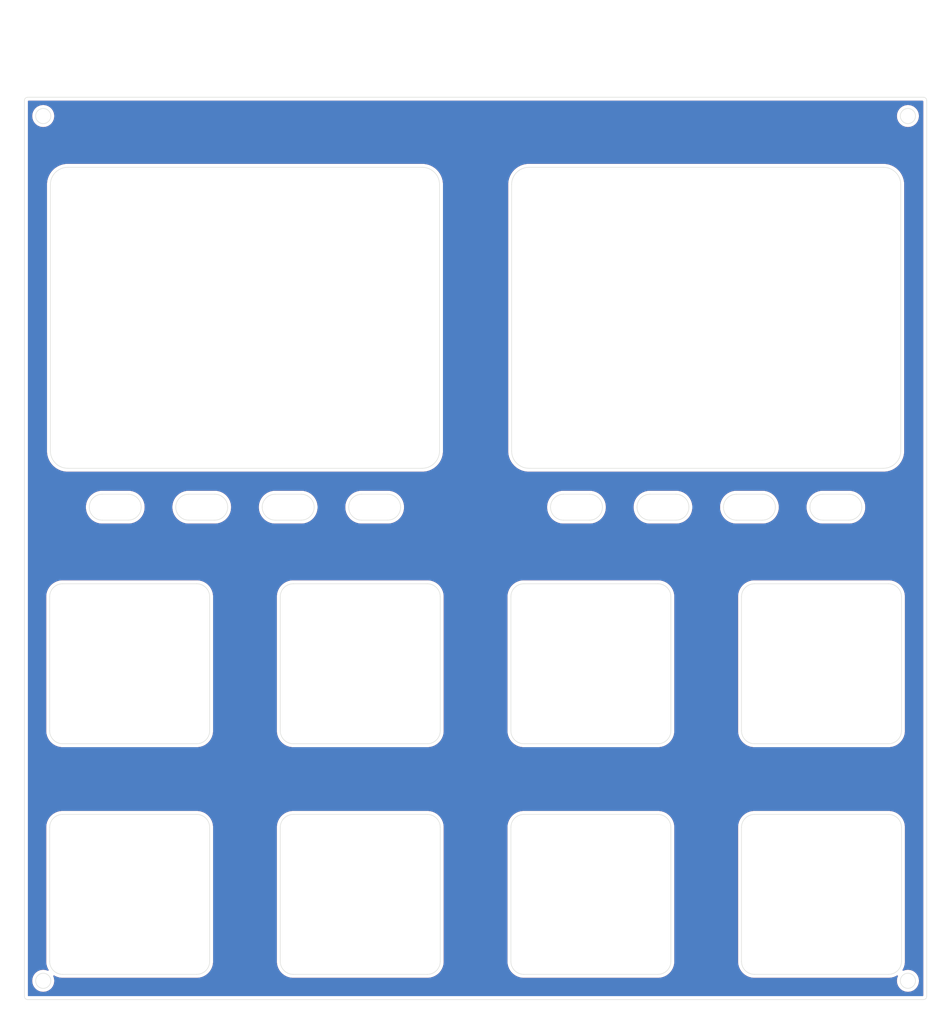
<source format=kicad_pcb>
(kicad_pcb
	(version 20240108)
	(generator "pcbnew")
	(generator_version "8.0")
	(general
		(thickness 1)
		(legacy_teardrops no)
	)
	(paper "A4")
	(layers
		(0 "F.Cu" signal)
		(31 "B.Cu" signal)
		(32 "B.Adhes" user "B.Adhesive")
		(33 "F.Adhes" user "F.Adhesive")
		(34 "B.Paste" user)
		(35 "F.Paste" user)
		(36 "B.SilkS" user "B.Silkscreen")
		(37 "F.SilkS" user "F.Silkscreen")
		(38 "B.Mask" user)
		(39 "F.Mask" user)
		(40 "Dwgs.User" user "User.Drawings")
		(41 "Cmts.User" user "User.Comments")
		(42 "Eco1.User" user "User.Eco1")
		(43 "Eco2.User" user "User.Eco2")
		(44 "Edge.Cuts" user)
		(45 "Margin" user)
		(46 "B.CrtYd" user "B.Courtyard")
		(47 "F.CrtYd" user "F.Courtyard")
		(48 "B.Fab" user)
		(49 "F.Fab" user)
	)
	(setup
		(stackup
			(layer "F.SilkS"
				(type "Top Silk Screen")
			)
			(layer "F.Paste"
				(type "Top Solder Paste")
			)
			(layer "F.Mask"
				(type "Top Solder Mask")
				(thickness 0.01)
			)
			(layer "F.Cu"
				(type "copper")
				(thickness 0.035)
			)
			(layer "dielectric 1"
				(type "core")
				(thickness 0.91)
				(material "FR4")
				(epsilon_r 4.5)
				(loss_tangent 0.02)
			)
			(layer "B.Cu"
				(type "copper")
				(thickness 0.035)
			)
			(layer "B.Mask"
				(type "Bottom Solder Mask")
				(thickness 0.01)
			)
			(layer "B.Paste"
				(type "Bottom Solder Paste")
			)
			(layer "B.SilkS"
				(type "Bottom Silk Screen")
			)
			(copper_finish "None")
			(dielectric_constraints no)
		)
		(pad_to_mask_clearance 0)
		(allow_soldermask_bridges_in_footprints no)
		(aux_axis_origin 100 100)
		(grid_origin 100 100)
		(pcbplotparams
			(layerselection 0x00010fc_ffffffff)
			(plot_on_all_layers_selection 0x0000000_00000000)
			(disableapertmacros no)
			(usegerberextensions no)
			(usegerberattributes no)
			(usegerberadvancedattributes no)
			(creategerberjobfile no)
			(dashed_line_dash_ratio 12.000000)
			(dashed_line_gap_ratio 3.000000)
			(svgprecision 6)
			(plotframeref no)
			(viasonmask no)
			(mode 1)
			(useauxorigin no)
			(hpglpennumber 1)
			(hpglpenspeed 20)
			(hpglpendiameter 15.000000)
			(pdf_front_fp_property_popups yes)
			(pdf_back_fp_property_popups yes)
			(dxfpolygonmode yes)
			(dxfimperialunits yes)
			(dxfusepcbnewfont yes)
			(psnegative no)
			(psa4output no)
			(plotreference yes)
			(plotvalue yes)
			(plotfptext yes)
			(plotinvisibletext no)
			(sketchpadsonfab no)
			(subtractmaskfromsilk no)
			(outputformat 1)
			(mirror no)
			(drillshape 0)
			(scaleselection 1)
			(outputdirectory "../../../../../Desktop/mfg/")
		)
	)
	(net 0 "")
	(net 1 "GND")
	(gr_line
		(start 140.005 140.005)
		(end 140.005 130.755)
		(stroke
			(width 0.1)
			(type default)
		)
		(layer "Cmts.User")
		(uuid "00ce9113-d002-40e6-b171-85ae8f91f834")
	)
	(gr_line
		(start 130.755 140.005)
		(end 140.005 140.005)
		(stroke
			(width 0.1)
			(type default)
		)
		(layer "Cmts.User")
		(uuid "163de12e-7553-44ba-8251-abe752dd3dd4")
	)
	(gr_line
		(start 77.415 140.005)
		(end 86.665 140.005)
		(stroke
			(width 0.1)
			(type default)
		)
		(layer "Cmts.User")
		(uuid "38e1b44a-dc35-4214-941c-731454f5fb4e")
	)
	(gr_line
		(start 126.67 95.23)
		(end 127.67 94.23)
		(stroke
			(width 0.1)
			(type default)
		)
		(layer "Cmts.User")
		(uuid "5799b883-f329-496f-962c-7e1fa1f4469a")
	)
	(gr_line
		(start 130.755 113.335)
		(end 140.005 113.335)
		(stroke
			(width 0.1)
			(type default)
		)
		(layer "Cmts.User")
		(uuid "599af1de-e4c0-4d9f-82fb-ee8369a1ecce")
	)
	(gr_line
		(start 104.085 113.335)
		(end 113.335 113.335)
		(stroke
			(width 0.1)
			(type default)
		)
		(layer "Cmts.User")
		(uuid "66aa63ab-aa03-407e-aa55-0b9e180f14ab")
	)
	(gr_line
		(start 59.995 140.005)
		(end 59.995 130.755)
		(stroke
			(width 0.1)
			(type default)
		)
		(layer "Cmts.User")
		(uuid "7045d5a7-c7af-408e-b244-8c0388f1cb4a")
	)
	(gr_line
		(start 50.745 113.335)
		(end 59.995 113.335)
		(stroke
			(width 0.1)
			(type default)
		)
		(layer "Cmts.User")
		(uuid "77773d4a-cbbb-4cbd-acd0-082b6ea83d68")
	)
	(gr_line
		(start 140.005 113.335)
		(end 140.005 104.085)
		(stroke
			(width 0.1)
			(type default)
		)
		(layer "Cmts.User")
		(uuid "7efa5ba7-5280-4126-9b77-9b81eda9ad0e")
	)
	(gr_line
		(start 59.995 113.335)
		(end 59.995 104.085)
		(stroke
			(width 0.1)
			(type default)
		)
		(layer "Cmts.User")
		(uuid "822146c1-4291-4e0a-ba1a-5312eae4823f")
	)
	(gr_line
		(start 113.335 140.005)
		(end 113.335 130.755)
		(stroke
			(width 0.1)
			(type default)
		)
		(layer "Cmts.User")
		(uuid "a0ff76d1-c63e-4df7-b9bb-c471f1ac33a9")
	)
	(gr_line
		(start 77.415 113.335)
		(end 86.665 113.335)
		(stroke
			(width 0.1)
			(type default)
		)
		(layer "Cmts.User")
		(uuid "aa33b2b2-4006-4128-a0b3-db009564c72d")
	)
	(gr_line
		(start 86.665 113.335)
		(end 86.665 104.085)
		(stroke
			(width 0.1)
			(type default)
		)
		(layer "Cmts.User")
		(uuid "ad3f603c-f1ef-499f-840f-908f961ce488")
	)
	(gr_line
		(start 125.67 94.23)
		(end 126.67 95.23)
		(stroke
			(width 0.1)
			(type default)
		)
		(layer "Cmts.User")
		(uuid "b068fe4a-0d16-49b8-9a04-f09f005afa25")
	)
	(gr_line
		(start 86.665 140.005)
		(end 86.665 130.755)
		(stroke
			(width 0.1)
			(type default)
		)
		(layer "Cmts.User")
		(uuid "cd634c8f-808d-4d0b-b3cd-7f0f205773f4")
	)
	(gr_line
		(start 104.085 140.005)
		(end 113.335 140.005)
		(stroke
			(width 0.1)
			(type default)
		)
		(layer "Cmts.User")
		(uuid "d4b3d237-758e-417e-8a10-c0a8047d1487")
	)
	(gr_line
		(start 50.745 140.005)
		(end 59.995 140.005)
		(stroke
			(width 0.1)
			(type default)
		)
		(layer "Cmts.User")
		(uuid "d6d4aa1e-3c6b-4600-967e-b7d7a68d1559")
	)
	(gr_line
		(start 113.335 113.335)
		(end 113.335 104.085)
		(stroke
			(width 0.1)
			(type default)
		)
		(layer "Cmts.User")
		(uuid "fceba58d-863c-404f-914b-05e3b2b96ef9")
	)
	(gr_arc
		(start 69.245 147.755)
		(mid 68.80566 148.81566)
		(end 67.745 149.255)
		(stroke
			(width 0.05)
			(type default)
		)
		(layer "Edge.Cuts")
		(uuid "0226e264-2a60-4c08-880a-854d5d0c0966")
	)
	(gr_line
		(start 50.83 88.73)
		(end 50.83 57.93)
		(stroke
			(width 0.05)
			(type default)
		)
		(layer "Edge.Cuts")
		(uuid "07f4c7ad-2c33-49be-a718-d153c14c50f3")
	)
	(gr_arc
		(start 47.825 48.2)
		(mid 47.934835 47.934835)
		(end 48.2 47.825)
		(stroke
			(width 0.05)
			(type default)
		)
		(layer "Edge.Cuts")
		(uuid "083ea32f-b307-427d-abd3-2d2f3952c432")
	)
	(gr_line
		(start 56.83 93.73)
		(end 59.83 93.73)
		(stroke
			(width 0.05)
			(type default)
		)
		(layer "Edge.Cuts")
		(uuid "0863950d-451b-470a-85d1-c90858257499")
	)
	(gr_line
		(start 76.83 93.73)
		(end 79.83 93.73)
		(stroke
			(width 0.05)
			(type default)
		)
		(layer "Edge.Cuts")
		(uuid "0922fbe6-b0fc-4972-bf5c-dbcdfb734e8a")
	)
	(gr_arc
		(start 128.67 95.23)
		(mid 129.10934 94.16934)
		(end 130.17 93.73)
		(stroke
			(width 0.05)
			(type default)
		)
		(layer "Edge.Cuts")
		(uuid "094590a1-77d0-4616-a902-83d73fac2544")
	)
	(gr_line
		(start 110.17 93.73)
		(end 113.17 93.73)
		(stroke
			(width 0.05)
			(type default)
		)
		(layer "Edge.Cuts")
		(uuid "0fceeed4-046f-402b-a34c-dfe48ef38970")
	)
	(gr_arc
		(start 77.415 132.255)
		(mid 77.85434 131.19434)
		(end 78.915 130.755)
		(stroke
			(width 0.05)
			(type default)
		)
		(layer "Edge.Cuts")
		(uuid "12129a9b-f188-4b1a-8b69-62e7ad2556b3")
	)
	(gr_arc
		(start 105.585 122.585)
		(mid 104.52434 122.14566)
		(end 104.085 121.085)
		(stroke
			(width 0.05)
			(type default)
		)
		(layer "Edge.Cuts")
		(uuid "1238746e-ebab-423d-8a15-1dfb7263a265")
	)
	(gr_arc
		(start 95.83 88.73)
		(mid 95.244214 90.144214)
		(end 93.83 90.73)
		(stroke
			(width 0.05)
			(type default)
		)
		(layer "Edge.Cuts")
		(uuid "12802bc3-d3ed-4bd9-baa6-3db88b52ddd1")
	)
	(gr_line
		(start 93.83 90.73)
		(end 52.83 90.73)
		(stroke
			(width 0.05)
			(type default)
		)
		(layer "Edge.Cuts")
		(uuid "12898471-c9bf-4a92-915d-0efaf41d08de")
	)
	(gr_arc
		(start 67.745 130.755)
		(mid 68.80566 131.19434)
		(end 69.245 132.255)
		(stroke
			(width 0.05)
			(type default)
		)
		(layer "Edge.Cuts")
		(uuid "15e3fdf1-44fd-418c-b849-375c21b8b62f")
	)
	(gr_arc
		(start 113.17 93.73)
		(mid 114.23066 94.16934)
		(end 114.67 95.23)
		(stroke
			(width 0.05)
			(type default)
		)
		(layer "Edge.Cuts")
		(uuid "169a1267-f4b6-412c-9a30-8cb9447f9863")
	)
	(gr_arc
		(start 69.245 121.085)
		(mid 68.80566 122.14566)
		(end 67.745 122.585)
		(stroke
			(width 0.05)
			(type default)
		)
		(layer "Edge.Cuts")
		(uuid "17f8e3f7-f997-4eee-b277-70505cff9d0e")
	)
	(gr_arc
		(start 104.085 105.585)
		(mid 104.52434 104.52434)
		(end 105.585 104.085)
		(stroke
			(width 0.05)
			(type default)
		)
		(layer "Edge.Cuts")
		(uuid "192d44e4-c7c0-48e7-b026-321a4a080260")
	)
	(gr_arc
		(start 149.255 121.085)
		(mid 148.81566 122.14566)
		(end 147.755 122.585)
		(stroke
			(width 0.05)
			(type default)
		)
		(layer "Edge.Cuts")
		(uuid "1aa1cea6-3f25-4e83-88b7-977693b1ebea")
	)
	(gr_arc
		(start 147.755 104.085)
		(mid 148.81566 104.52434)
		(end 149.255 105.585)
		(stroke
			(width 0.05)
			(type default)
		)
		(layer "Edge.Cuts")
		(uuid "1b4a3137-585f-4fc2-b5d2-7d87d4a44f78")
	)
	(gr_line
		(start 78.915 130.755)
		(end 94.415 130.755)
		(stroke
			(width 0.05)
			(type default)
		)
		(layer "Edge.Cuts")
		(uuid "1dc62c49-8fd5-467e-8b06-bf6b11b25ff1")
	)
	(gr_line
		(start 149.255 132.255)
		(end 149.255 147.755)
		(stroke
			(width 0.05)
			(type default)
		)
		(layer "Edge.Cuts")
		(uuid "1f63b1e6-e84a-474d-a8d4-b0c8f24a3c52")
	)
	(gr_arc
		(start 56.83 96.73)
		(mid 55.76934 96.29066)
		(end 55.33 95.23)
		(stroke
			(width 0.05)
			(type default)
		)
		(layer "Edge.Cuts")
		(uuid "202e68c9-f569-4ca8-a668-1e58e2344c3d")
	)
	(gr_line
		(start 66.83 93.73)
		(end 69.83 93.73)
		(stroke
			(width 0.05)
			(type default)
		)
		(layer "Edge.Cuts")
		(uuid "25cbeebe-c2a6-411f-84f4-406882facb3f")
	)
	(gr_arc
		(start 95.915 147.755)
		(mid 95.47566 148.81566)
		(end 94.415 149.255)
		(stroke
			(width 0.05)
			(type default)
		)
		(layer "Edge.Cuts")
		(uuid "27f80b54-06e6-43d3-a271-9f50a165fb97")
	)
	(gr_arc
		(start 94.415 130.755)
		(mid 95.47566 131.19434)
		(end 95.915 132.255)
		(stroke
			(width 0.05)
			(type default)
		)
		(layer "Edge.Cuts")
		(uuid "2d24b914-dba1-4b53-9201-05a907345772")
	)
	(gr_arc
		(start 78.915 122.585)
		(mid 77.85434 122.14566)
		(end 77.415 121.085)
		(stroke
			(width 0.05)
			(type default)
		)
		(layer "Edge.Cuts")
		(uuid "2ece94e6-8da6-47f8-b42f-d3f7e624f908")
	)
	(gr_line
		(start 77.415 121.085)
		(end 77.415 105.585)
		(stroke
			(width 0.05)
			(type default)
		)
		(layer "Edge.Cuts")
		(uuid "30357205-ef8a-4772-81e5-ac22b3b9bd44")
	)
	(gr_line
		(start 121.085 122.585)
		(end 105.585 122.585)
		(stroke
			(width 0.05)
			(type default)
		)
		(layer "Edge.Cuts")
		(uuid "3036e714-dac2-4622-8854-bddf59183ae3")
	)
	(gr_arc
		(start 124.67 95.23)
		(mid 124.23066 96.29066)
		(end 123.17 96.73)
		(stroke
			(width 0.05)
			(type default)
		)
		(layer "Edge.Cuts")
		(uuid "30e208b6-d040-44b9-9b1e-389c2fff1cc8")
	)
	(gr_arc
		(start 52.245 149.255)
		(mid 51.18434 148.81566)
		(end 50.745 147.755)
		(stroke
			(width 0.05)
			(type default)
		)
		(layer "Edge.Cuts")
		(uuid "311f2168-f779-46de-9d87-0d3d746f2cc4")
	)
	(gr_arc
		(start 52.83 90.73)
		(mid 51.415786 90.144214)
		(end 50.83 88.73)
		(stroke
			(width 0.05)
			(type default)
		)
		(layer "Edge.Cuts")
		(uuid "3354a35e-17a8-4b16-b179-f6b37490cb7d")
	)
	(gr_arc
		(start 59.83 93.73)
		(mid 60.89066 94.16934)
		(end 61.33 95.23)
		(stroke
			(width 0.05)
			(type default)
		)
		(layer "Edge.Cuts")
		(uuid "378da913-271c-4d8b-9889-95e2dd375d36")
	)
	(gr_line
		(start 50.745 121.085)
		(end 50.745 105.585)
		(stroke
			(width 0.05)
			(type default)
		)
		(layer "Edge.Cuts")
		(uuid "38426ad5-4383-4199-b035-5a1e3c7a6865")
	)
	(gr_arc
		(start 144.67 95.23)
		(mid 144.23066 96.29066)
		(end 143.17 96.73)
		(stroke
			(width 0.05)
			(type default)
		)
		(layer "Edge.Cuts")
		(uuid "39bd729c-f325-4812-b6e3-dde5ff635ed7")
	)
	(gr_arc
		(start 147.755 130.755)
		(mid 148.81566 131.19434)
		(end 149.255 132.255)
		(stroke
			(width 0.05)
			(type default)
		)
		(layer "Edge.Cuts")
		(uuid "3dae74e4-44ef-43d4-9589-a8fc49b32034")
	)
	(gr_arc
		(start 110.17 96.73)
		(mid 109.10934 96.29066)
		(end 108.67 95.23)
		(stroke
			(width 0.05)
			(type default)
		)
		(layer "Edge.Cuts")
		(uuid "41810d0f-3e31-4dc0-8f2c-aa8ce48d9328")
	)
	(gr_arc
		(start 149.17 88.73)
		(mid 148.584214 90.144214)
		(end 147.17 90.73)
		(stroke
			(width 0.05)
			(type default)
		)
		(layer "Edge.Cuts")
		(uuid "427af0d5-e412-48a5-ad48-adf05f59598f")
	)
	(gr_arc
		(start 67.745 104.085)
		(mid 68.80566 104.52434)
		(end 69.245 105.585)
		(stroke
			(width 0.05)
			(type default)
		)
		(layer "Edge.Cuts")
		(uuid "43508a55-a249-43e0-89db-3c5d8164444c")
	)
	(gr_line
		(start 52.83 55.93)
		(end 93.83 55.93)
		(stroke
			(width 0.05)
			(type default)
		)
		(layer "Edge.Cuts")
		(uuid "4359c9ca-4d09-44ee-ad98-e15b22153055")
	)
	(gr_arc
		(start 50.745 105.585)
		(mid 51.18434 104.52434)
		(end 52.245 104.085)
		(stroke
			(width 0.05)
			(type default)
		)
		(layer "Edge.Cuts")
		(uuid "436bcc72-e5a7-4d65-b226-16b6b8f2279f")
	)
	(gr_arc
		(start 79.83 93.73)
		(mid 80.890672 94.169328)
		(end 81.33 95.23)
		(stroke
			(width 0.05)
			(type default)
		)
		(layer "Edge.Cuts")
		(uuid "43cb1bea-6448-4dc6-9882-281e2ee9ee12")
	)
	(gr_line
		(start 77.415 147.755)
		(end 77.415 132.255)
		(stroke
			(width 0.05)
			(type default)
		)
		(layer "Edge.Cuts")
		(uuid "4488181f-02df-48ab-aa4d-a2701e3394c7")
	)
	(gr_line
		(start 47.825 151.8)
		(end 47.825 48.2)
		(stroke
			(width 0.05)
			(type default)
		)
		(layer "Edge.Cuts")
		(uuid "454b795b-519a-400d-b355-a98c0b7560ae")
	)
	(gr_arc
		(start 78.915 149.255)
		(mid 77.85434 148.81566)
		(end 77.415 147.755)
		(stroke
			(width 0.05)
			(type default)
		)
		(layer "Edge.Cuts")
		(uuid "4c78eff5-e64c-4c82-9ae6-58361243fe19")
	)
	(gr_arc
		(start 71.33 95.23)
		(mid 70.89066 96.29066)
		(end 69.83 96.73)
		(stroke
			(width 0.05)
			(type default)
		)
		(layer "Edge.Cuts")
		(uuid "4e7de36b-db07-4293-b251-749a9d05ea15")
	)
	(gr_line
		(start 113.17 96.73)
		(end 110.17 96.73)
		(stroke
			(width 0.05)
			(type default)
		)
		(layer "Edge.Cuts")
		(uuid "4ee0079a-6933-4999-a4b9-9149ffd7f709")
	)
	(gr_arc
		(start 120.17 96.73)
		(mid 119.10934 96.29066)
		(end 118.67 95.23)
		(stroke
			(width 0.05)
			(type default)
		)
		(layer "Edge.Cuts")
		(uuid "51b6706d-f8df-477c-9d1d-0dcc486addcd")
	)
	(gr_circle
		(center 50 150)
		(end 50.875 150)
		(stroke
			(width 0.05)
			(type default)
		)
		(fill none)
		(layer "Edge.Cuts")
		(uuid "56938745-01aa-4e55-a39c-08ab78074926")
	)
	(gr_arc
		(start 106.17 90.73)
		(mid 104.755786 90.144214)
		(end 104.17 88.73)
		(stroke
			(width 0.05)
			(type default)
		)
		(layer "Edge.Cuts")
		(uuid "5908f530-e4c9-4360-81a9-4c2d9e2ec2f4")
	)
	(gr_arc
		(start 121.085 130.755)
		(mid 122.14566 131.19434)
		(end 122.585 132.255)
		(stroke
			(width 0.05)
			(type default)
		)
		(layer "Edge.Cuts")
		(uuid "59814559-f75e-4900-9004-a5090a603e39")
	)
	(gr_arc
		(start 91.33 95.23)
		(mid 90.89066 96.29066)
		(end 89.83 96.73)
		(stroke
			(width 0.05)
			(type default)
		)
		(layer "Edge.Cuts")
		(uuid "598bfa45-989a-4846-b9ca-8332352d51db")
	)
	(gr_line
		(start 140.17 93.73)
		(end 143.17 93.73)
		(stroke
			(width 0.05)
			(type default)
		)
		(layer "Edge.Cuts")
		(uuid "5abbe585-598e-425f-91be-8fa1ca554a8c")
	)
	(gr_arc
		(start 138.67 95.23)
		(mid 139.10934 94.16934)
		(end 140.17 93.73)
		(stroke
			(width 0.05)
			(type default)
		)
		(layer "Edge.Cuts")
		(uuid "5b20c71d-25e1-44ba-8ef5-a38af4ad7ade")
	)
	(gr_line
		(start 147.755 149.255)
		(end 132.255 149.255)
		(stroke
			(width 0.05)
			(type default)
		)
		(layer "Edge.Cuts")
		(uuid "5b604dbb-07ac-4dde-8255-3e2a2b5836ff")
	)
	(gr_arc
		(start 81.33 95.23)
		(mid 80.89066 96.29066)
		(end 79.83 96.73)
		(stroke
			(width 0.05)
			(type default)
		)
		(layer "Edge.Cuts")
		(uuid "5e601303-7753-4002-8e0a-dee12955c8ee")
	)
	(gr_line
		(start 52.245 104.085)
		(end 67.745 104.085)
		(stroke
			(width 0.05)
			(type default)
		)
		(layer "Edge.Cuts")
		(uuid "614eeb9e-ee88-42cb-8fca-a9f4571dc3d9")
	)
	(gr_line
		(start 133.17 96.73)
		(end 130.17 96.73)
		(stroke
			(width 0.05)
			(type default)
		)
		(layer "Edge.Cuts")
		(uuid "63001a2b-5fc8-4bb7-800b-d50b08cf956f")
	)
	(gr_line
		(start 149.17 57.93)
		(end 149.17 88.73)
		(stroke
			(width 0.05)
			(type default)
		)
		(layer "Edge.Cuts")
		(uuid "6503dcdc-d3ac-4248-b33f-e5ca2ababd23")
	)
	(gr_arc
		(start 121.085 104.085)
		(mid 122.14566 104.52434)
		(end 122.585 105.585)
		(stroke
			(width 0.05)
			(type default)
		)
		(layer "Edge.Cuts")
		(uuid "67271fad-9467-43b3-b1db-4974f8ece72c")
	)
	(gr_line
		(start 147.755 122.585)
		(end 132.255 122.585)
		(stroke
			(width 0.05)
			(type default)
		)
		(layer "Edge.Cuts")
		(uuid "6c08d537-65c0-4d4e-8954-5e75a27d870a")
	)
	(gr_circle
		(center 50 50)
		(end 50.875 50)
		(stroke
			(width 0.05)
			(type default)
		)
		(fill none)
		(layer "Edge.Cuts")
		(uuid "6d0bc10f-0a50-41ca-a46f-43cec27b0461")
	)
	(gr_arc
		(start 130.755 132.255)
		(mid 131.19434 131.19434)
		(end 132.255 130.755)
		(stroke
			(width 0.05)
			(type default)
		)
		(layer "Edge.Cuts")
		(uuid "702246bf-fff4-44e7-9a86-066e0bb6d1ef")
	)
	(gr_arc
		(start 95.915 121.085)
		(mid 95.47566 122.14566)
		(end 94.415 122.585)
		(stroke
			(width 0.05)
			(type default)
		)
		(layer "Edge.Cuts")
		(uuid "74cef99f-3b15-4f42-97aa-37b7ddd5cf3d")
	)
	(gr_line
		(start 147.17 90.73)
		(end 106.17 90.73)
		(stroke
			(width 0.05)
			(type default)
		)
		(layer "Edge.Cuts")
		(uuid "76478499-7648-47fd-890b-43cbdd3b2986")
	)
	(gr_arc
		(start 114.67 95.23)
		(mid 114.23066 96.29066)
		(end 113.17 96.73)
		(stroke
			(width 0.05)
			(type default)
		)
		(layer "Edge.Cuts")
		(uuid "782b21ad-1527-4968-9f02-2745a6cda92a")
	)
	(gr_line
		(start 123.17 96.73)
		(end 120.17 96.73)
		(stroke
			(width 0.05)
			(type default)
		)
		(layer "Edge.Cuts")
		(uuid "78c4eac4-eb4d-4f85-8a88-9842df5f96e2")
	)
	(gr_line
		(start 69.83 96.73)
		(end 66.83 96.73)
		(stroke
			(width 0.05)
			(type default)
		)
		(layer "Edge.Cuts")
		(uuid "7c181f18-eeed-4e8c-9010-5e85291e8fa6")
	)
	(gr_arc
		(start 149.255 147.755)
		(mid 148.81566 148.81566)
		(end 147.755 149.255)
		(stroke
			(width 0.05)
			(type default)
		)
		(layer "Edge.Cuts")
		(uuid "7d4be5c5-6a33-4a4a-97c7-9559f2bc6293")
	)
	(gr_arc
		(start 69.83 93.73)
		(mid 70.89066 94.16934)
		(end 71.33 95.23)
		(stroke
			(width 0.05)
			(type default)
		)
		(layer "Edge.Cuts")
		(uuid "8381dd5a-6050-42f4-94ed-62481e443b1d")
	)
	(gr_line
		(start 94.415 122.585)
		(end 78.915 122.585)
		(stroke
			(width 0.05)
			(type default)
		)
		(layer "Edge.Cuts")
		(uuid "840ee92d-81aa-409c-b31a-e154d6b859fa")
	)
	(gr_line
		(start 69.245 132.255)
		(end 69.245 147.755)
		(stroke
			(width 0.05)
			(type default)
		)
		(layer "Edge.Cuts")
		(uuid "849d313d-b598-4f14-bc33-3fb3543ed05d")
	)
	(gr_line
		(start 67.745 122.585)
		(end 52.245 122.585)
		(stroke
			(width 0.05)
			(type default)
		)
		(layer "Edge.Cuts")
		(uuid "8897b9e3-2c59-49e5-920b-b58272aa91e4")
	)
	(gr_line
		(start 132.255 104.085)
		(end 147.755 104.085)
		(stroke
			(width 0.05)
			(type default)
		)
		(layer "Edge.Cuts")
		(uuid "89faf925-d98e-424c-9465-efa8be08c70c")
	)
	(gr_arc
		(start 77.415 105.585)
		(mid 77.85434 104.52434)
		(end 78.915 104.085)
		(stroke
			(width 0.05)
			(type default)
		)
		(layer "Edge.Cuts")
		(uuid "8ae39704-5150-41d4-97a2-a95215141bbc")
	)
	(gr_line
		(start 105.585 130.755)
		(end 121.085 130.755)
		(stroke
			(width 0.05)
			(type default)
		)
		(layer "Edge.Cuts")
		(uuid "8c12e2a7-29fd-44f3-93b8-e4bc8522480f")
	)
	(gr_line
		(start 78.915 104.085)
		(end 94.415 104.085)
		(stroke
			(width 0.05)
			(type default)
		)
		(layer "Edge.Cuts")
		(uuid "8f444ad1-1eff-42de-8714-16368c2b172a")
	)
	(gr_line
		(start 104.085 147.755)
		(end 104.085 132.255)
		(stroke
			(width 0.05)
			(type default)
		)
		(layer "Edge.Cuts")
		(uuid "8f7bcbba-8a28-4fd1-ae6f-bcea72297c9f")
	)
	(gr_line
		(start 143.17 96.73)
		(end 140.17 96.73)
		(stroke
			(width 0.05)
			(type default)
		)
		(layer "Edge.Cuts")
		(uuid "8f87147e-9575-4b08-b689-90067d412513")
	)
	(gr_line
		(start 132.255 130.755)
		(end 147.755 130.755)
		(stroke
			(width 0.05)
			(type default)
		)
		(layer "Edge.Cuts")
		(uuid "9098099b-bbe2-4a1e-a7b8-f9d20f8b3034")
	)
	(gr_arc
		(start 66.83 96.73)
		(mid 65.76934 96.29066)
		(end 65.33 95.23)
		(stroke
			(width 0.05)
			(type default)
		)
		(layer "Edge.Cuts")
		(uuid "9600baac-f583-4cf2-9d9c-3a55c524aee8")
	)
	(gr_line
		(start 130.17 93.73)
		(end 133.17 93.73)
		(stroke
			(width 0.05)
			(type default)
		)
		(layer "Edge.Cuts")
		(uuid "96606ede-dc37-4329-b143-da1f0ac67cdf")
	)
	(gr_arc
		(start 143.17 93.73)
		(mid 144.23066 94.16934)
		(end 144.67 95.23)
		(stroke
			(width 0.05)
			(type default)
		)
		(layer "Edge.Cuts")
		(uuid "971906a8-b6ca-4980-aa2f-a1cf932c3830")
	)
	(gr_line
		(start 89.83 96.73)
		(end 86.83 96.73)
		(stroke
			(width 0.05)
			(type default)
		)
		(layer "Edge.Cuts")
		(uuid "98d963f4-d779-44db-91db-6cf3af6ed058")
	)
	(gr_circle
		(center 150 50)
		(end 150.875 50)
		(stroke
			(width 0.05)
			(type default)
		)
		(fill none)
		(layer "Edge.Cuts")
		(uuid "99a7e69d-25c2-4716-9558-5e3862a88201")
	)
	(gr_line
		(start 104.085 121.085)
		(end 104.085 105.585)
		(stroke
			(width 0.05)
			(type default)
		)
		(layer "Edge.Cuts")
		(uuid "9ae5e016-4ef0-495c-9506-4b1977aa57e5")
	)
	(gr_line
		(start 67.745 149.255)
		(end 52.245 149.255)
		(stroke
			(width 0.05)
			(type default)
		)
		(layer "Edge.Cuts")
		(uuid "9cb8f3ea-fd96-4844-9624-a4b152bb2c69")
	)
	(gr_line
		(start 95.83 57.93)
		(end 95.83 88.73)
		(stroke
			(width 0.05)
			(type default)
		)
		(layer "Edge.Cuts")
		(uuid "9d04bf46-ab87-417b-bdd0-fe2cf561e9e9")
	)
	(gr_arc
		(start 122.585 121.085)
		(mid 122.14566 122.14566)
		(end 121.085 122.585)
		(stroke
			(width 0.05)
			(type default)
		)
		(layer "Edge.Cuts")
		(uuid "9ebd6955-3684-47b8-852a-db78c7106e43")
	)
	(gr_line
		(start 50.745 147.755)
		(end 50.745 132.255)
		(stroke
			(width 0.05)
			(type default)
		)
		(layer "Edge.Cuts")
		(uuid "9f022dc4-1b87-4a7f-8837-f114c4a88767")
	)
	(gr_arc
		(start 61.33 95.23)
		(mid 60.89066 96.29066)
		(end 59.83 96.73)
		(stroke
			(width 0.05)
			(type default)
		)
		(layer "Edge.Cuts")
		(uuid "9f22419b-adbb-42db-b16a-00b5ddd8db5e")
	)
	(gr_arc
		(start 94.415 104.085)
		(mid 95.47566 104.52434)
		(end 95.915 105.585)
		(stroke
			(width 0.05)
			(type default)
		)
		(layer "Edge.Cuts")
		(uuid "a23bdd75-c757-4f93-b8e1-5d5cc653b7a0")
	)
	(gr_arc
		(start 123.17 93.73)
		(mid 124.23066 94.16934)
		(end 124.67 95.23)
		(stroke
			(width 0.05)
			(type default)
		)
		(layer "Edge.Cuts")
		(uuid "a2408349-bd25-4260-a661-83e0a1850b9a")
	)
	(gr_arc
		(start 48.2 152.175)
		(mid 47.934835 152.065165)
		(end 47.825 151.8)
		(stroke
			(width 0.05)
			(type default)
		)
		(layer "Edge.Cuts")
		(uuid "a3329e6c-e28d-4014-bb27-043462f3e0a6")
	)
	(gr_line
		(start 59.83 96.73)
		(end 56.83 96.73)
		(stroke
			(width 0.05)
			(type default)
		)
		(layer "Edge.Cuts")
		(uuid "a568dcfb-175d-40cc-9445-f39c78f5caa9")
	)
	(gr_arc
		(start 75.33 95.23)
		(mid 75.76934 94.16934)
		(end 76.83 93.73)
		(stroke
			(width 0.05)
			(type default)
		)
		(layer "Edge.Cuts")
		(uuid "a5b01d69-651b-4d6c-9e9a-9b0959fce6ee")
	)
	(gr_line
		(start 130.755 121.085)
		(end 130.755 105.585)
		(stroke
			(width 0.05)
			(type default)
		)
		(layer "Edge.Cuts")
		(uuid "a98de099-621f-41e7-9040-bab549cd527d")
	)
	(gr_arc
		(start 52.245 122.585)
		(mid 51.18434 122.14566)
		(end 50.745 121.085)
		(stroke
			(width 0.05)
			(type default)
		)
		(layer "Edge.Cuts")
		(uuid "ad6d0a16-8484-4391-9c9c-b3f8c3c0cc7a")
	)
	(gr_line
		(start 106.17 55.93)
		(end 147.17 55.93)
		(stroke
			(width 0.05)
			(type default)
		)
		(layer "Edge.Cuts")
		(uuid "ae5a730a-4867-48e6-963b-985e55174c40")
	)
	(gr_arc
		(start 104.17 57.93)
		(mid 104.755786 56.515786)
		(end 106.17 55.93)
		(stroke
			(width 0.05)
			(type default)
		)
		(layer "Edge.Cuts")
		(uuid "aee53716-0a2e-4665-b7d8-9343573bacdc")
	)
	(gr_arc
		(start 76.83 96.73)
		(mid 75.769352 96.290648)
		(end 75.33 95.23)
		(stroke
			(width 0.05)
			(type default)
		)
		(layer "Edge.Cuts")
		(uuid "b008bf4b-deae-4ea1-87ce-e17fdfe46f54")
	)
	(gr_arc
		(start 108.67 95.23)
		(mid 109.10934 94.16934)
		(end 110.17 93.73)
		(stroke
			(width 0.05)
			(type default)
		)
		(layer "Edge.Cuts")
		(uuid "b160512e-8489-4fef-a9da-5a38438d3e53")
	)
	(gr_line
		(start 105.585 104.085)
		(end 121.085 104.085)
		(stroke
			(width 0.05)
			(type default)
		)
		(layer "Edge.Cuts")
		(uuid "b3809f43-9a20-407f-8a08-c567ab6d8e87")
	)
	(gr_arc
		(start 89.83 93.73)
		(mid 90.890672 94.169328)
		(end 91.33 95.23)
		(stroke
			(width 0.05)
			(type default)
		)
		(layer "Edge.Cuts")
		(uuid "b4cadc52-7032-4cec-b508-5eef6725b621")
	)
	(gr_arc
		(start 133.17 93.73)
		(mid 134.23066 94.16934)
		(end 134.67 95.23)
		(stroke
			(width 0.05)
			(type default)
		)
		(layer "Edge.Cuts")
		(uuid "b718210a-6e9e-446b-b540-745a7c9e706d")
	)
	(gr_line
		(start 86.83 93.73)
		(end 89.83 93.73)
		(stroke
			(width 0.05)
			(type default)
		)
		(layer "Edge.Cuts")
		(uuid "b9366877-705b-4581-b6e0-b4895aa95681")
	)
	(gr_arc
		(start 130.17 96.73)
		(mid 129.10934 96.29066)
		(end 128.67 95.23)
		(stroke
			(width 0.05)
			(type default)
		)
		(layer "Edge.Cuts")
		(uuid "bdf612a3-3179-4cec-b8be-0337adee1746")
	)
	(gr_line
		(start 122.585 132.255)
		(end 122.585 147.755)
		(stroke
			(width 0.05)
			(type default)
		)
		(layer "Edge.Cuts")
		(uuid "bf972c52-d3cb-4be4-9be9-5811af74c7ff")
	)
	(gr_line
		(start 152.175 48.2)
		(end 152.175 151.8)
		(stroke
			(width 0.05)
			(type default)
		)
		(layer "Edge.Cuts")
		(uuid "c06f1b47-1c1e-4e79-81ee-b86ba353a39e")
	)
	(gr_arc
		(start 147.17 55.93)
		(mid 148.584214 56.515786)
		(end 149.17 57.93)
		(stroke
			(width 0.05)
			(type default)
		)
		(layer "Edge.Cuts")
		(uuid "c1bed3a5-04a1-488f-ae85-a15a02d901bb")
	)
	(gr_line
		(start 69.245 105.585)
		(end 69.245 121.085)
		(stroke
			(width 0.05)
			(type default)
		)
		(layer "Edge.Cuts")
		(uuid "c241978c-8ee1-459b-923d-56f512780e14")
	)
	(gr_arc
		(start 122.585 147.755)
		(mid 122.14566 148.81566)
		(end 121.085 149.255)
		(stroke
			(width 0.05)
			(type default)
		)
		(layer "Edge.Cuts")
		(uuid "c3fceb76-236c-4624-b28d-391d5dc7555e")
	)
	(gr_line
		(start 151.8 152.175)
		(end 48.2 152.175)
		(stroke
			(width 0.05)
			(type default)
		)
		(layer "Edge.Cuts")
		(uuid "cd48f393-7870-4686-a4a9-df5b0d61808c")
	)
	(gr_line
		(start 122.585 105.585)
		(end 122.585 121.085)
		(stroke
			(width 0.05)
			(type default)
		)
		(layer "Edge.Cuts")
		(uuid "d1b93690-2d5d-4546-aa83-685baf5d7fb2")
	)
	(gr_arc
		(start 50.83 57.93)
		(mid 51.415786 56.515786)
		(end 52.83 55.93)
		(stroke
			(width 0.05)
			(type default)
		)
		(layer "Edge.Cuts")
		(uuid "d32d8333-d025-4746-82ba-346bfd1124fc")
	)
	(gr_arc
		(start 140.17 96.73)
		(mid 139.10934 96.29066)
		(end 138.67 95.23)
		(stroke
			(width 0.05)
			(type default)
		)
		(layer "Edge.Cuts")
		(uuid "d66de513-9ac4-48f5-9040-58b0dffb21b1")
	)
	(gr_line
		(start 121.085 149.255)
		(end 105.585 149.255)
		(stroke
			(width 0.05)
			(type default)
		)
		(layer "Edge.Cuts")
		(uuid "d850d3b6-0b70-4b9a-bc2a-b36776c584d9")
	)
	(gr_arc
		(start 105.585 149.255)
		(mid 104.52434 148.81566)
		(end 104.085 147.755)
		(stroke
			(width 0.05)
			(type default)
		)
		(layer "Edge.Cuts")
		(uuid "d959fd06-3ebb-44e4-b3dd-f93983b6dfc1")
	)
	(gr_arc
		(start 55.33 95.23)
		(mid 55.76934 94.16934)
		(end 56.83 93.73)
		(stroke
			(width 0.05)
			(type default)
		)
		(layer "Edge.Cuts")
		(uuid "db248ac6-608e-46a2-9d1c-69705ed09335")
	)
	(gr_arc
		(start 104.085 132.255)
		(mid 104.52434 131.19434)
		(end 105.585 130.755)
		(stroke
			(width 0.05)
			(type default)
		)
		(layer "Edge.Cuts")
		(uuid "de4a311b-b459-4bd3-81d0-50427960ebe1")
	)
	(gr_arc
		(start 151.8 47.825)
		(mid 152.065165 47.934835)
		(end 152.175 48.2)
		(stroke
			(width 0.05)
			(type default)
		)
		(layer "Edge.Cuts")
		(uuid "e183ee8a-4916-49dc-b2bd-069dd81a16d5")
	)
	(gr_line
		(start 94.415 149.255)
		(end 78.915 149.255)
		(stroke
			(width 0.05)
			(type default)
		)
		(layer "Edge.Cuts")
		(uuid "e54aecf4-6793-48b4-85b8-21c63fd41850")
	)
	(gr_arc
		(start 65.33 95.23)
		(mid 65.76934 94.16934)
		(end 66.83 93.73)
		(stroke
			(width 0.05)
			(type default)
		)
		(layer "Edge.Cuts")
		(uuid "e5b0daa3-e942-4219-9a03-44105d4e4b98")
	)
	(gr_line
		(start 95.915 132.255)
		(end 95.915 147.755)
		(stroke
			(width 0.05)
			(type default)
		)
		(layer "Edge.Cuts")
		(uuid "e5d4813c-059b-4109-81e7-36be76fbe307")
	)
	(gr_circle
		(center 150 150)
		(end 150.875 150)
		(stroke
			(width 0.05)
			(type default)
		)
		(fill none)
		(layer "Edge.Cuts")
		(uuid "e7bae3c7-24cb-4b5e-83e5-e537fca5537f")
	)
	(gr_arc
		(start 93.83 55.93)
		(mid 95.244225 56.515775)
		(end 95.83 57.93)
		(stroke
			(width 0.05)
			(type default)
		)
		(layer "Edge.Cuts")
		(uuid "e8b7ef29-835d-464b-b942-8d700660f2e3")
	)
	(gr_arc
		(start 132.255 122.585)
		(mid 131.19434 122.14566)
		(end 130.755 121.085)
		(stroke
			(width 0.05)
			(type default)
		)
		(layer "Edge.Cuts")
		(uuid "e95e492e-692a-4c2a-81bf-ddaeaee63116")
	)
	(gr_arc
		(start 152.175 151.8)
		(mid 152.065165 152.065165)
		(end 151.8 152.175)
		(stroke
			(width 0.05)
			(type default)
		)
		(layer "Edge.Cuts")
		(uuid "ebe8715c-18d0-45ee-860e-8dab93bff336")
	)
	(gr_arc
		(start 50.745 132.255)
		(mid 51.18434 131.19434)
		(end 52.245 130.755)
		(stroke
			(width 0.05)
			(type default)
		)
		(layer "Edge.Cuts")
		(uuid "ec50cb12-be1e-4d31-b559-36f2f959ee4c")
	)
	(gr_arc
		(start 86.83 96.73)
		(mid 85.769352 96.290648)
		(end 85.33 95.23)
		(stroke
			(width 0.05)
			(type default)
		)
		(layer "Edge.Cuts")
		(uuid "f0106623-1843-4778-af17-2d98a3f2dda1")
	)
	(gr_line
		(start 79.83 96.73)
		(end 76.83 96.73)
		(stroke
			(width 0.05)
			(type default)
		)
		(layer "Edge.Cuts")
		(uuid "f05566a1-e7c2-407e-949c-6af09a243f06")
	)
	(gr_arc
		(start 118.67 95.23)
		(mid 119.10934 94.16934)
		(end 120.17 93.73)
		(stroke
			(width 0.05)
			(type default)
		)
		(layer "Edge.Cuts")
		(uuid "f3103883-b1d8-4dff-92aa-cb370918116c")
	)
	(gr_line
		(start 52.245 130.755)
		(end 67.745 130.755)
		(stroke
			(width 0.05)
			(type default)
		)
		(layer "Edge.Cuts")
		(uuid "f36efef3-e05e-4c47-9187-f2ecce5d0ff4")
	)
	(gr_arc
		(start 130.755 105.585)
		(mid 131.19434 104.52434)
		(end 132.255 104.085)
		(stroke
			(width 0.05)
			(type default)
		)
		(layer "Edge.Cuts")
		(uuid "f420b8a0-9429-4489-b06e-f3bb65bf8aa7")
	)
	(gr_arc
		(start 134.67 95.23)
		(mid 134.23066 96.29066)
		(end 133.17 96.73)
		(stroke
			(width 0.05)
			(type default)
		)
		(layer "Edge.Cuts")
		(uuid "f49317b6-5e83-4acd-bc3b-299786f4018f")
	)
	(gr_line
		(start 48.2 47.825)
		(end 151.8 47.825)
		(stroke
			(width 0.05)
			(type default)
		)
		(layer "Edge.Cuts")
		(uuid "f5ab47ea-986a-48bc-8942-916193eb5d2e")
	)
	(gr_arc
		(start 85.33 95.23)
		(mid 85.76934 94.16934)
		(end 86.83 93.73)
		(stroke
			(width 0.05)
			(type default)
		)
		(layer "Edge.Cuts")
		(uuid "f6f4bf3f-76c8-4ff0-93c9-21377341f056")
	)
	(gr_arc
		(start 132.255 149.255)
		(mid 131.19434 148.81566)
		(end 130.755 147.755)
		(stroke
			(width 0.05)
			(type default)
		)
		(layer "Edge.Cuts")
		(uuid "f7ad94fd-7874-41aa-b7b3-4c163b001bb4")
	)
	(gr_line
		(start 95.915 105.585)
		(end 95.915 121.085)
		(stroke
			(width 0.05)
			(type default)
		)
		(layer "Edge.Cuts")
		(uuid "f868406f-73b2-458b-8c89-a58dbefb9bf2")
	)
	(gr_line
		(start 120.17 93.73)
		(end 123.17 93.73)
		(stroke
			(width 0.05)
			(type default)
		)
		(layer "Edge.Cuts")
		(uuid "fc91e8d0-dd8b-43b4-985d-49fbaa650dec")
	)
	(gr_line
		(start 149.255 105.585)
		(end 149.255 121.085)
		(stroke
			(width 0.05)
			(type default)
		)
		(layer "Edge.Cuts")
		(uuid "fee183df-0580-489c-9821-2b0a72a5b6d1")
	)
	(gr_line
		(start 130.755 147.755)
		(end 130.755 132.255)
		(stroke
			(width 0.05)
			(type default)
		)
		(layer "Edge.Cuts")
		(uuid "ff77a985-c020-4ace-bd06-4d5b1ead193f")
	)
	(gr_line
		(start 104.17 88.73)
		(end 104.17 57.93)
		(stroke
			(width 0.05)
			(type default)
		)
		(layer "Edge.Cuts")
		(uuid "ff875f75-ccfb-4593-b0d1-1c7474b951aa")
	)
	(gr_text "Default Routing Grid: 0,2500 mm\nAnalog Routing Grid: 0,1270 mm\nLED Routing Grid: 0,6350 mm\n"
		(at 49.835 39.04 0)
		(layer "Cmts.User")
		(uuid "ccd05413-6182-4c46-9592-3bd8f3b8472e")
		(effects
			(font
				(size 1 1)
				(thickness 0.15)
			)
			(justify left)
		)
	)
	(dimension
		(type orthogonal)
		(layer "Cmts.User")
		(uuid "5cd79eaf-0f94-4f1e-8bc0-3ac13bfb5189")
		(pts
			(xy 100 100) (xy 126.67 95.23)
		)
		(height 0)
		(orientation 0)
		(gr_text "26,6700 mm"
			(at 113.335 98.85 0)
			(layer "Cmts.User")
			(uuid "5cd79eaf-0f94-4f1e-8bc0-3ac13bfb5189")
			(effects
				(font
					(size 1 1)
					(thickness 0.15)
				)
			)
		)
		(format
			(prefix "")
			(suffix "")
			(units 3)
			(units_format 1)
			(precision 4)
		)
		(style
			(thickness 0.1)
			(arrow_length 1.27)
			(text_position_mode 0)
			(extension_height 0.58642)
			(extension_offset 0.5) keep_text_aligned)
	)
	(dimension
		(type orthogonal)
		(layer "Cmts.User")
		(uuid "eb8fdc5b-8a3d-4344-b3c5-20a069f10089")
		(pts
			(xy 100 100) (xy 126.67 95.23)
		)
		(height 0)
		(orientation 1)
		(gr_text "4,7700 mm"
			(at 98.85 97.615 90)
			(layer "Cmts.User")
			(uuid "eb8fdc5b-8a3d-4344-b3c5-20a069f10089")
			(effects
				(font
					(size 1 1)
					(thickness 0.15)
				)
			)
		)
		(format
			(prefix "")
			(suffix "")
			(units 3)
			(units_format 1)
			(precision 4)
		)
		(style
			(thickness 0.1)
			(arrow_length 1.27)
			(text_position_mode 0)
			(extension_height 0.58642)
			(extension_offset 0.5) keep_text_aligned)
	)
	(zone
		(net 1)
		(net_name "GND")
		(layer "F.Cu")
		(uuid "ec792cd5-429c-4d89-9717-bd788424d15a")
		(hatch edge 0.508)
		(connect_pads
			(clearance 0.254)
		)
		(min_thickness 0.1524)
		(filled_areas_thickness no)
		(fill yes
			(thermal_gap 0.508)
			(thermal_bridge_width 0.254)
			(island_removal_mode 2)
			(island_area_min 10)
		)
		(polygon
			(pts
				(xy 45 45) (xy 46 41) (xy 48 41) (xy 49 45) (xy 155 45) (xy 155 155) (xy 45 155)
			)
		)
		(filled_polygon
			(layer "F.Cu")
			(pts
				(xy 151.747638 48.243093) (xy 151.773358 48.287642) (xy 151.7745 48.3007) (xy 151.7745 151.6993)
				(xy 151.756907 151.747638) (xy 151.712358 151.773358) (xy 151.6993 151.7745) (xy 48.3007 151.7745)
				(xy 48.252362 151.756907) (xy 48.226642 151.712358) (xy 48.2255 151.6993) (xy 48.2255 150) (xy 48.719628 150)
				(xy 48.739079 150.222329) (xy 48.796844 150.437912) (xy 48.796845 150.437916) (xy 48.891161 150.64018)
				(xy 49.019173 150.823001) (xy 49.019184 150.823014) (xy 49.176985 150.980815) (xy 49.176998 150.980826)
				(xy 49.268217 151.044697) (xy 49.359814 151.108835) (xy 49.359816 151.108835) (xy 49.359819 151.108838)
				(xy 49.528144 151.187328) (xy 49.562087 151.203156) (xy 49.777666 151.26092) (xy 50 151.280372)
				(xy 50.222334 151.26092) (xy 50.437913 151.203156) (xy 50.640186 151.108835) (xy 50.823007 150.980822)
				(xy 50.980822 150.823007) (xy 51.108835 150.640186) (xy 51.203156 150.437913) (xy 51.26092 150.222334)
				(xy 51.280372 150) (xy 51.26092 149.777666) (xy 51.203156 149.562087) (xy 51.167343 149.485285)
				(xy 51.162861 149.434041) (xy 51.192365 149.391904) (xy 51.242053 149.378591) (xy 51.273095 149.388379)
				(xy 51.402627 149.463164) (xy 51.632793 149.558502) (xy 51.873435 149.622982) (xy 52.120435 149.6555)
				(xy 52.120438 149.6555) (xy 67.869562 149.6555) (xy 67.869565 149.6555) (xy 68.116565 149.622982)
				(xy 68.357207 149.558502) (xy 68.587373 149.463164) (xy 68.803127 149.338599) (xy 69.000776 149.186938)
				(xy 69.176938 149.010776) (xy 69.328599 148.813127) (xy 69.453164 148.597373) (xy 69.548502 148.367207)
				(xy 69.612982 148.126565) (xy 69.6455 147.879565) (xy 69.6455 147.755) (xy 69.6455 147.697417) (xy 69.6455 132.202273)
				(xy 69.6455 132.130435) (xy 77.0145 132.130435) (xy 77.0145 132.202273) (xy 77.0145 147.697417)
				(xy 77.0145 147.755) (xy 77.0145 147.879565) (xy 77.047018 148.126565) (xy 77.047019 148.126568)
				(xy 77.047019 148.126569) (xy 77.111499 148.367209) (xy 77.111499 148.36721) (xy 77.206836 148.597374)
				(xy 77.331402 148.813129) (xy 77.483057 149.01077) (xy 77.483069 149.010784) (xy 77.659215 149.18693)
				(xy 77.659222 149.186936) (xy 77.659224 149.186938) (xy 77.856873 149.338599) (xy 78.072627 149.463164)
				(xy 78.302793 149.558502) (xy 78.543435 149.622982) (xy 78.790435 149.6555) (xy 78.790438 149.6555)
				(xy 94.539562 149.6555) (xy 94.539565 149.6555) (xy 94.786565 149.622982) (xy 95.027207 149.558502)
				(xy 95.257373 149.463164) (xy 95.473127 149.338599) (xy 95.670776 149.186938) (xy 95.846938 149.010776)
				(xy 95.998599 148.813127) (xy 96.123164 148.597373) (xy 96.218502 148.367207) (xy 96.282982 148.126565)
				(xy 96.3155 147.879565) (xy 96.3155 147.755) (xy 96.3155 147.697417) (xy 96.3155 132.202273) (xy 96.3155 132.130435)
				(xy 103.6845 132.130435) (xy 103.6845 132.202273) (xy 103.6845 147.697417) (xy 103.6845 147.755)
				(xy 103.6845 147.879565) (xy 103.717018 148.126565) (xy 103.717019 148.126568) (xy 103.717019 148.126569)
				(xy 103.781499 148.367209) (xy 103.781499 148.36721) (xy 103.876836 148.597374) (xy 104.001402 148.813129)
				(xy 104.153057 149.01077) (xy 104.153069 149.010784) (xy 104.329215 149.18693) (xy 104.329222 149.186936)
				(xy 104.329224 149.186938) (xy 104.526873 149.338599) (xy 104.742627 149.463164) (xy 104.972793 149.558502)
				(xy 105.213435 149.622982) (xy 105.460435 149.6555) (xy 105.460438 149.6555) (xy 121.209562 149.6555)
				(xy 121.209565 149.6555) (xy 121.456565 149.622982) (xy 121.697207 149.558502) (xy 121.927373 149.463164)
				(xy 122.143127 149.338599) (xy 122.340776 149.186938) (xy 122.516938 149.010776) (xy 122.668599 148.813127)
				(xy 122.793164 148.597373) (xy 122.888502 148.367207) (xy 122.952982 148.126565) (xy 122.9855 147.879565)
				(xy 122.9855 147.755) (xy 122.9855 147.697417) (xy 122.9855 132.202273) (xy 122.9855 132.130435)
				(xy 130.3545 132.130435) (xy 130.3545 132.202273) (xy 130.3545 147.697417) (xy 130.3545 147.755)
				(xy 130.3545 147.879565) (xy 130.387018 148.126565) (xy 130.387019 148.126568) (xy 130.387019 148.126569)
				(xy 130.451499 148.367209) (xy 130.451499 148.36721) (xy 130.546836 148.597374) (xy 130.671402 148.813129)
				(xy 130.823057 149.01077) (xy 130.823069 149.010784) (xy 130.999215 149.18693) (xy 130.999222 149.186936)
				(xy 130.999224 149.186938) (xy 131.196873 149.338599) (xy 131.412627 149.463164) (xy 131.642793 149.558502)
				(xy 131.883435 149.622982) (xy 132.130435 149.6555) (xy 132.130438 149.6555) (xy 147.879562 149.6555)
				(xy 147.879565 149.6555) (xy 148.126565 149.622982) (xy 148.367207 149.558502) (xy 148.597373 149.463164)
				(xy 148.726903 149.388379) (xy 148.77756 149.379447) (xy 148.822108 149.405167) (xy 148.839702 149.453505)
				(xy 148.832657 149.485285) (xy 148.796843 149.562087) (xy 148.739079 149.77767) (xy 148.719628 150)
				(xy 148.739079 150.222329) (xy 148.796844 150.437912) (xy 148.796845 150.437916) (xy 148.891161 150.64018)
				(xy 149.019173 150.823001) (xy 149.019184 150.823014) (xy 149.176985 150.980815) (xy 149.176998 150.980826)
				(xy 149.268217 151.044697) (xy 149.359814 151.108835) (xy 149.359816 151.108835) (xy 149.359819 151.108838)
				(xy 149.528144 151.187328) (xy 149.562087 151.203156) (xy 149.777666 151.26092) (xy 150 151.280372)
				(xy 150.222334 151.26092) (xy 150.437913 151.203156) (xy 150.640186 151.108835) (xy 150.823007 150.980822)
				(xy 150.980822 150.823007) (xy 151.108835 150.640186) (xy 151.203156 150.437913) (xy 151.26092 150.222334)
				(xy 151.280372 150) (xy 151.26092 149.777666) (xy 151.203156 149.562087) (xy 151.152524 149.453505)
				(xy 151.108838 149.359819) (xy 151.108835 149.359816) (xy 151.108835 149.359814) (xy 151.044697 149.268217)
				(xy 150.980826 149.176998) (xy 150.980815 149.176985) (xy 150.823014 149.019184) (xy 150.823001 149.019173)
				(xy 150.64018 148.891161) (xy 150.437916 148.796845) (xy 150.437914 148.796844) (xy 150.437913 148.796844)
				(xy 150.222334 148.73908) (xy 150.222332 148.739079) (xy 150.222329 148.739079) (xy 150 148.719628)
				(xy 149.77767 148.739079) (xy 149.562087 148.796843) (xy 149.485285 148.832657) (xy 149.434041 148.837139)
				(xy 149.391904 148.807635) (xy 149.378591 148.757947) (xy 149.388379 148.726904) (xy 149.463164 148.597373)
				(xy 149.558502 148.367207) (xy 149.622982 148.126565) (xy 149.6555 147.879565) (xy 149.6555 147.755)
				(xy 149.6555 147.697417) (xy 149.6555 132.202273) (xy 149.6555 132.130435) (xy 149.622982 131.883435)
				(xy 149.558502 131.642793) (xy 149.463164 131.412627) (xy 149.338599 131.196873) (xy 149.306852 131.1555)
				(xy 149.186942 130.999229) (xy 149.18693 130.999215) (xy 149.010784 130.823069) (xy 149.01077 130.823057)
				(xy 148.813129 130.671402) (xy 148.597374 130.546836) (xy 148.36721 130.451499) (xy 148.367208 130.451498)
				(xy 148.367207 130.451498) (xy 148.126565 130.387018) (xy 147.879565 130.3545) (xy 147.807727 130.3545)
				(xy 132.312583 130.3545) (xy 132.255 130.3545) (xy 132.130435 130.3545) (xy 131.883435 130.387018)
				(xy 131.883431 130.387019) (xy 131.88343 130.387019) (xy 131.730869 130.427898) (xy 131.642793 130.451498)
				(xy 131.642791 130.451498) (xy 131.64279 130.451499) (xy 131.642789 130.451499) (xy 131.412625 130.546836)
				(xy 131.19687 130.671402) (xy 130.999229 130.823057) (xy 130.999215 130.823069) (xy 130.823069 130.999215)
				(xy 130.823057 130.999229) (xy 130.671402 131.19687) (xy 130.546836 131.412625) (xy 130.451499 131.642789)
				(xy 130.451499 131.64279) (xy 130.451498 131.642793) (xy 130.387018 131.883435) (xy 130.3545 132.130435)
				(xy 122.9855 132.130435) (xy 122.952982 131.883435) (xy 122.888502 131.642793) (xy 122.793164 131.412627)
				(xy 122.668599 131.196873) (xy 122.636852 131.1555) (xy 122.516942 130.999229) (xy 122.51693 130.999215)
				(xy 122.340784 130.823069) (xy 122.34077 130.823057) (xy 122.143129 130.671402) (xy 121.927374 130.546836)
				(xy 121.69721 130.451499) (xy 121.697208 130.451498) (xy 121.697207 130.451498) (xy 121.456565 130.387018)
				(xy 121.209565 130.3545) (xy 121.137727 130.3545) (xy 105.642583 130.3545) (xy 105.585 130.3545)
				(xy 105.460435 130.3545) (xy 105.213435 130.387018) (xy 105.213431 130.387019) (xy 105.21343 130.387019)
				(xy 105.060869 130.427898) (xy 104.972793 130.451498) (xy 104.972791 130.451498) (xy 104.97279 130.451499)
				(xy 104.972789 130.451499) (xy 104.742625 130.546836) (xy 104.52687 130.671402) (xy 104.329229 130.823057)
				(xy 104.329215 130.823069) (xy 104.153069 130.999215) (xy 104.153057 130.999229) (xy 104.001402 131.19687)
				(xy 103.876836 131.412625) (xy 103.781499 131.642789) (xy 103.781499 131.64279) (xy 103.781498 131.642793)
				(xy 103.717018 131.883435) (xy 103.6845 132.130435) (xy 96.3155 132.130435) (xy 96.282982 131.883435)
				(xy 96.218502 131.642793) (xy 96.123164 131.412627) (xy 95.998599 131.196873) (xy 95.966852 131.1555)
				(xy 95.846942 130.999229) (xy 95.84693 130.999215) (xy 95.670784 130.823069) (xy 95.67077 130.823057)
				(xy 95.473129 130.671402) (xy 95.257374 130.546836) (xy 95.02721 130.451499) (xy 95.027208 130.451498)
				(xy 95.027207 130.451498) (xy 94.786565 130.387018) (xy 94.539565 130.3545) (xy 94.467727 130.3545)
				(xy 78.972583 130.3545) (xy 78.915 130.3545) (xy 78.790435 130.3545) (xy 78.543435 130.387018) (xy 78.543431 130.387019)
				(xy 78.54343 130.387019) (xy 78.390869 130.427898) (xy 78.302793 130.451498) (xy 78.302791 130.451498)
				(xy 78.30279 130.451499) (xy 78.302789 130.451499) (xy 78.072625 130.546836) (xy 77.85687 130.671402)
				(xy 77.659229 130.823057) (xy 77.659215 130.823069) (xy 77.483069 130.999215) (xy 77.483057 130.999229)
				(xy 77.331402 131.19687) (xy 77.206836 131.412625) (xy 77.111499 131.642789) (xy 77.111499 131.64279)
				(xy 77.111498 131.642793) (xy 77.047018 131.883435) (xy 77.0145 132.130435) (xy 69.6455 132.130435)
				(xy 69.612982 131.883435) (xy 69.548502 131.642793) (xy 69.453164 131.412627) (xy 69.328599 131.196873)
				(xy 69.296852 131.1555) (xy 69.176942 130.999229) (xy 69.17693 130.999215) (xy 69.000784 130.823069)
				(xy 69.00077 130.823057) (xy 68.803129 130.671402) (xy 68.587374 130.546836) (xy 68.35721 130.451499)
				(xy 68.357208 130.451498) (xy 68.357207 130.451498) (xy 68.116565 130.387018) (xy 67.869565 130.3545)
				(xy 67.797727 130.3545) (xy 52.302583 130.3545) (xy 52.245 130.3545) (xy 52.120435 130.3545) (xy 51.873435 130.387018)
				(xy 51.873431 130.387019) (xy 51.87343 130.387019) (xy 51.720869 130.427898) (xy 51.632793 130.451498)
				(xy 51.632791 130.451498) (xy 51.63279 130.451499) (xy 51.632789 130.451499) (xy 51.402625 130.546836)
				(xy 51.18687 130.671402) (xy 50.989229 130.823057) (xy 50.989215 130.823069) (xy 50.813069 130.999215)
				(xy 50.813057 130.999229) (xy 50.661402 131.19687) (xy 50.536836 131.412625) (xy 50.441499 131.642789)
				(xy 50.441499 131.64279) (xy 50.441498 131.642793) (xy 50.377018 131.883435) (xy 50.3445 132.130435)
				(xy 50.3445 132.202273) (xy 50.3445 147.697417) (xy 50.3445 147.755) (xy 50.3445 147.879565) (xy 50.377018 148.126565)
				(xy 50.377019 148.126568) (xy 50.377019 148.126569) (xy 50.441499 148.367209) (xy 50.441499 148.36721)
				(xy 50.536836 148.597374) (xy 50.583267 148.677794) (xy 50.600241 148.707195) (xy 50.611619 148.726901)
				(xy 50.620552 148.777559) (xy 50.594832 148.822108) (xy 50.546494 148.839701) (xy 50.514714 148.832656)
				(xy 50.437912 148.796843) (xy 50.290665 148.757389) (xy 50.222334 148.73908) (xy 50.222332 148.739079)
				(xy 50.222329 148.739079) (xy 50 148.719628) (xy 49.77767 148.739079) (xy 49.562087 148.796844)
				(xy 49.562083 148.796845) (xy 49.359819 148.891161) (xy 49.176998 149.019173) (xy 49.176985 149.019184)
				(xy 49.019184 149.176985) (xy 49.019173 149.176998) (xy 48.891161 149.359819) (xy 48.796845 149.562083)
				(xy 48.796844 149.562087) (xy 48.739079 149.77767) (xy 48.719628 150) (xy 48.2255 150) (xy 48.2255 105.460435)
				(xy 50.3445 105.460435) (xy 50.3445 105.532273) (xy 50.3445 121.027417) (xy 50.3445 121.085) (xy 50.3445 121.209565)
				(xy 50.377018 121.456565) (xy 50.377019 121.456568) (xy 50.377019 121.456569) (xy 50.441499 121.697209)
				(xy 50.441499 121.69721) (xy 50.536836 121.927374) (xy 50.661402 122.143129) (xy 50.813057 122.34077)
				(xy 50.813069 122.340784) (xy 50.989215 122.51693) (xy 50.989222 122.516936) (xy 50.989224 122.516938)
				(xy 51.186873 122.668599) (xy 51.402627 122.793164) (xy 51.632793 122.888502) (xy 51.873435 122.952982)
				(xy 52.120435 122.9855) (xy 52.120438 122.9855) (xy 67.869562 122.9855) (xy 67.869565 122.9855)
				(xy 68.116565 122.952982) (xy 68.357207 122.888502) (xy 68.587373 122.793164) (xy 68.803127 122.668599)
				(xy 69.000776 122.516938) (xy 69.176938 122.340776) (xy 69.328599 122.143127) (xy 69.453164 121.927373)
				(xy 69.548502 121.697207) (xy 69.612982 121.456565) (xy 69.6455 121.209565) (xy 69.6455 121.085)
				(xy 69.6455 121.027417) (xy 69.6455 105.532273) (xy 69.6455 105.460435) (xy 77.0145 105.460435)
				(xy 77.0145 105.532273) (xy 77.0145 121.027417) (xy 77.0145 121.085) (xy 77.0145 121.209565) (xy 77.047018 121.456565)
				(xy 77.047019 121.456568) (xy 77.047019 121.456569) (xy 77.111499 121.697209) (xy 77.111499 121.69721)
				(xy 77.206836 121.927374) (xy 77.331402 122.143129) (xy 77.483057 122.34077) (xy 77.483069 122.340784)
				(xy 77.659215 122.51693) (xy 77.659222 122.516936) (xy 77.659224 122.516938) (xy 77.856873 122.668599)
				(xy 78.072627 122.793164) (xy 78.302793 122.888502) (xy 78.543435 122.952982) (xy 78.790435 122.9855)
				(xy 78.790438 122.9855) (xy 94.539562 122.9855) (xy 94.539565 122.9855) (xy 94.786565 122.952982)
				(xy 95.027207 122.888502) (xy 95.257373 122.793164) (xy 95.473127 122.668599) (xy 95.670776 122.516938)
				(xy 95.846938 122.340776) (xy 95.998599 122.143127) (xy 96.123164 121.927373) (xy 96.218502 121.697207)
				(xy 96.282982 121.456565) (xy 96.3155 121.209565) (xy 96.3155 121.085) (xy 96.3155 121.027417) (xy 96.3155 105.532273)
				(xy 96.3155 105.460435) (xy 103.6845 105.460435) (xy 103.6845 105.532273) (xy 103.6845 121.027417)
				(xy 103.6845 121.085) (xy 103.6845 121.209565) (xy 103.717018 121.456565) (xy 103.717019 121.456568)
				(xy 103.717019 121.456569) (xy 103.781499 121.697209) (xy 103.781499 121.69721) (xy 103.876836 121.927374)
				(xy 104.001402 122.143129) (xy 104.153057 122.34077) (xy 104.153069 122.340784) (xy 104.329215 122.51693)
				(xy 104.329222 122.516936) (xy 104.329224 122.516938) (xy 104.526873 122.668599) (xy 104.742627 122.793164)
				(xy 104.972793 122.888502) (xy 105.213435 122.952982) (xy 105.460435 122.9855) (xy 105.460438 122.9855)
				(xy 121.209562 122.9855) (xy 121.209565 122.9855) (xy 121.456565 122.952982) (xy 121.697207 122.888502)
				(xy 121.927373 122.793164) (xy 122.143127 122.668599) (xy 122.340776 122.516938) (xy 122.516938 122.340776)
				(xy 122.668599 122.143127) (xy 122.793164 121.927373) (xy 122.888502 121.697207) (xy 122.952982 121.456565)
				(xy 122.9855 121.209565) (xy 122.9855 121.085) (xy 122.9855 121.027417) (xy 122.9855 105.532273)
				(xy 122.9855 105.460435) (xy 130.3545 105.460435) (xy 130.3545 105.532273) (xy 130.3545 121.027417)
				(xy 130.3545 121.085) (xy 130.3545 121.209565) (xy 130.387018 121.456565) (xy 130.387019 121.456568)
				(xy 130.387019 121.456569) (xy 130.451499 121.697209) (xy 130.451499 121.69721) (xy 130.546836 121.927374)
				(xy 130.671402 122.143129) (xy 130.823057 122.34077) (xy 130.823069 122.340784) (xy 130.999215 122.51693)
				(xy 130.999222 122.516936) (xy 130.999224 122.516938) (xy 131.196873 122.668599) (xy 131.412627 122.793164)
				(xy 131.642793 122.888502) (xy 131.883435 122.952982) (xy 132.130435 122.9855) (xy 132.130438 122.9855)
				(xy 147.879562 122.9855) (xy 147.879565 122.9855) (xy 148.126565 122.952982) (xy 148.367207 122.888502)
				(xy 148.597373 122.793164) (xy 148.813127 122.668599) (xy 149.010776 122.516938) (xy 149.186938 122.340776)
				(xy 149.338599 122.143127) (xy 149.463164 121.927373) (xy 149.558502 121.697207) (xy 149.622982 121.456565)
				(xy 149.6555 121.209565) (xy 149.6555 121.085) (xy 149.6555 121.027417) (xy 149.6555 105.532273)
				(xy 149.6555 105.460435) (xy 149.622982 105.213435) (xy 149.558502 104.972793) (xy 149.463164 104.742627)
				(xy 149.338599 104.526873) (xy 149.306852 104.4855) (xy 149.186942 104.329229) (xy 149.18693 104.329215)
				(xy 149.010784 104.153069) (xy 149.01077 104.153057) (xy 148.813129 104.001402) (xy 148.597374 103.876836)
				(xy 148.36721 103.781499) (xy 148.367208 103.781498) (xy 148.367207 103.781498) (xy 148.126565 103.717018)
				(xy 147.879565 103.6845) (xy 147.807727 103.6845) (xy 132.312583 103.6845) (xy 132.255 103.6845)
				(xy 132.130435 103.6845) (xy 131.883435 103.717018) (xy 131.883431 103.717019) (xy 131.88343 103.717019)
				(xy 131.730869 103.757898) (xy 131.642793 103.781498) (xy 131.642791 103.781498) (xy 131.64279 103.781499)
				(xy 131.642789 103.781499) (xy 131.412625 103.876836) (xy 131.19687 104.001402) (xy 130.999229 104.153057)
				(xy 130.999215 104.153069) (xy 130.823069 104.329215) (xy 130.823057 104.329229) (xy 130.671402 104.52687)
				(xy 130.546836 104.742625) (xy 130.451499 104.972789) (xy 130.451499 104.97279) (xy 130.451498 104.972793)
				(xy 130.387018 105.213435) (xy 130.3545 105.460435) (xy 122.9855 105.460435) (xy 122.952982 105.213435)
				(xy 122.888502 104.972793) (xy 122.793164 104.742627) (xy 122.668599 104.526873) (xy 122.636852 104.4855)
				(xy 122.516942 104.329229) (xy 122.51693 104.329215) (xy 122.340784 104.153069) (xy 122.34077 104.153057)
				(xy 122.143129 104.001402) (xy 121.927374 103.876836) (xy 121.69721 103.781499) (xy 121.697208 103.781498)
				(xy 121.697207 103.781498) (xy 121.456565 103.717018) (xy 121.209565 103.6845) (xy 121.137727 103.6845)
				(xy 105.642583 103.6845) (xy 105.585 103.6845) (xy 105.460435 103.6845) (xy 105.213435 103.717018)
				(xy 105.213431 103.717019) (xy 105.21343 103.717019) (xy 105.060869 103.757898) (xy 104.972793 103.781498)
				(xy 104.972791 103.781498) (xy 104.97279 103.781499) (xy 104.972789 103.781499) (xy 104.742625 103.876836)
				(xy 104.52687 104.001402) (xy 104.329229 104.153057) (xy 104.329215 104.153069) (xy 104.153069 104.329215)
				(xy 104.153057 104.329229) (xy 104.001402 104.52687) (xy 103.876836 104.742625) (xy 103.781499 104.972789)
				(xy 103.781499 104.97279) (xy 103.781498 104.972793) (xy 103.717018 105.213435) (xy 103.6845 105.460435)
				(xy 96.3155 105.460435) (xy 96.282982 105.213435) (xy 96.218502 104.972793) (xy 96.123164 104.742627)
				(xy 95.998599 104.526873) (xy 95.966852 104.4855) (xy 95.846942 104.329229) (xy 95.84693 104.329215)
				(xy 95.670784 104.153069) (xy 95.67077 104.153057) (xy 95.473129 104.001402) (xy 95.257374 103.876836)
				(xy 95.02721 103.781499) (xy 95.027208 103.781498) (xy 95.027207 103.781498) (xy 94.786565 103.717018)
				(xy 94.539565 103.6845) (xy 94.467727 103.6845) (xy 78.972583 103.6845) (xy 78.915 103.6845) (xy 78.790435 103.6845)
				(xy 78.543435 103.717018) (xy 78.543431 103.717019) (xy 78.54343 103.717019) (xy 78.390869 103.757898)
				(xy 78.302793 103.781498) (xy 78.302791 103.781498) (xy 78.30279 103.781499) (xy 78.302789 103.781499)
				(xy 78.072625 103.876836) (xy 77.85687 104.001402) (xy 77.659229 104.153057) (xy 77.659215 104.153069)
				(xy 77.483069 104.329215) (xy 77.483057 104.329229) (xy 77.331402 104.52687) (xy 77.206836 104.742625)
				(xy 77.111499 104.972789) (xy 77.111499 104.97279) (xy 77.111498 104.972793) (xy 77.047018 105.213435)
				(xy 77.0145 105.460435) (xy 69.6455 105.460435) (xy 69.612982 105.213435) (xy 69.548502 104.972793)
				(xy 69.453164 104.742627) (xy 69.328599 104.526873) (xy 69.296852 104.4855) (xy 69.176942 104.329229)
				(xy 69.17693 104.329215) (xy 69.000784 104.153069) (xy 69.00077 104.153057) (xy 68.803129 104.001402)
				(xy 68.587374 103.876836) (xy 68.35721 103.781499) (xy 68.357208 103.781498) (xy 68.357207 103.781498)
				(xy 68.116565 103.717018) (xy 67.869565 103.6845) (xy 67.797727 103.6845) (xy 52.302583 103.6845)
				(xy 52.245 103.6845) (xy 52.120435 103.6845) (xy 51.873435 103.717018) (xy 51.873431 103.717019)
				(xy 51.87343 103.717019) (xy 51.720869 103.757898) (xy 51.632793 103.781498) (xy 51.632791 103.781498)
				(xy 51.63279 103.781499) (xy 51.632789 103.781499) (xy 51.402625 103.876836) (xy 51.18687 104.001402)
				(xy 50.989229 104.153057) (xy 50.989215 104.153069) (xy 50.813069 104.329215) (xy 50.813057 104.329229)
				(xy 50.661402 104.52687) (xy 50.536836 104.742625) (xy 50.441499 104.972789) (xy 50.441499 104.97279)
				(xy 50.441498 104.972793) (xy 50.377018 105.213435) (xy 50.3445 105.460435) (xy 48.2255 105.460435)
				(xy 48.2255 95.105435) (xy 54.9295 95.105435) (xy 54.9295 95.172417) (xy 54.9295 95.23) (xy 54.9295 95.354565)
				(xy 54.962018 95.601565) (xy 54.962019 95.601568) (xy 54.962019 95.601569) (xy 55.026499 95.842209)
				(xy 55.026499 95.84221) (xy 55.121836 96.072374) (xy 55.246402 96.288129) (xy 55.398057 96.48577)
				(xy 55.398069 96.485784) (xy 55.574215 96.66193) (xy 55.574222 96.661936) (xy 55.574224 96.661938)
				(xy 55.771873 96.813599) (xy 55.987627 96.938164) (xy 56.217793 97.033502) (xy 56.458435 97.097982)
				(xy 56.705435 97.1305) (xy 56.705438 97.1305) (xy 59.954562 97.1305) (xy 59.954565 97.1305) (xy 60.201565 97.097982)
				(xy 60.442207 97.033502) (xy 60.672373 96.938164) (xy 60.888127 96.813599) (xy 61.085776 96.661938)
				(xy 61.261938 96.485776) (xy 61.413599 96.288127) (xy 61.538164 96.072373) (xy 61.633502 95.842207)
				(xy 61.697982 95.601565) (xy 61.7305 95.354565) (xy 61.7305 95.23) (xy 61.7305 95.172417) (xy 61.7305 95.105435)
				(xy 64.9295 95.105435) (xy 64.9295 95.172417) (xy 64.9295 95.23) (xy 64.9295 95.354565) (xy 64.962018 95.601565)
				(xy 64.962019 95.601568) (xy 64.962019 95.601569) (xy 65.026499 95.842209) (xy 65.026499 95.84221)
				(xy 65.121836 96.072374) (xy 65.246402 96.288129) (xy 65.398057 96.48577) (xy 65.398069 96.485784)
				(xy 65.574215 96.66193) (xy 65.574222 96.661936) (xy 65.574224 96.661938) (xy 65.771873 96.813599)
				(xy 65.987627 96.938164) (xy 66.217793 97.033502) (xy 66.458435 97.097982) (xy 66.705435 97.1305)
				(xy 66.705438 97.1305) (xy 69.954562 97.1305) (xy 69.954565 97.1305) (xy 70.201565 97.097982) (xy 70.442207 97.033502)
				(xy 70.672373 96.938164) (xy 70.888127 96.813599) (xy 71.085776 96.661938) (xy 71.261938 96.485776)
				(xy 71.413599 96.288127) (xy 71.538164 96.072373) (xy 71.633502 95.842207) (xy 71.697982 95.601565)
				(xy 71.7305 95.354565) (xy 71.7305 95.23) (xy 71.7305 95.172417) (xy 71.7305 95.105435) (xy 74.9295 95.105435)
				(xy 74.9295 95.172417) (xy 74.9295 95.23) (xy 74.9295 95.354565) (xy 74.962018 95.601565) (xy 74.962019 95.601568)
				(xy 74.962019 95.601569) (xy 75.026499 95.842209) (xy 75.026499 95.84221) (xy 75.121836 96.072374)
				(xy 75.246402 96.288129) (xy 75.398057 96.48577) (xy 75.398069 96.485784) (xy 75.574215 96.66193)
				(xy 75.574222 96.661936) (xy 75.574224 96.661938) (xy 75.771873 96.813599) (xy 75.987627 96.938164)
				(xy 76.217793 97.033502) (xy 76.458435 97.097982) (xy 76.705435 97.1305) (xy 76.705438 97.1305)
				(xy 79.954562 97.1305) (xy 79.954565 97.1305) (xy 80.201565 97.097982) (xy 80.442207 97.033502)
				(xy 80.672373 96.938164) (xy 80.888127 96.813599) (xy 81.085776 96.661938) (xy 81.261938 96.485776)
				(xy 81.413599 96.288127) (xy 81.538164 96.072373) (xy 81.633502 95.842207) (xy 81.697982 95.601565)
				(xy 81.7305 95.354565) (xy 81.7305 95.23) (xy 81.7305 95.172417) (xy 81.7305 95.105435) (xy 84.9295 95.105435)
				(xy 84.9295 95.172417) (xy 84.9295 95.23) (xy 84.9295 95.354565) (xy 84.962018 95.601565) (xy 84.962019 95.601568)
				(xy 84.962019 95.601569) (xy 85.026499 95.842209) (xy 85.026499 95.84221) (xy 85.121836 96.072374)
				(xy 85.246402 96.288129) (xy 85.398057 96.48577) (xy 85.398069 96.485784) (xy 85.574215 96.66193)
				(xy 85.574222 96.661936) (xy 85.574224 96.661938) (xy 85.771873 96.813599) (xy 85.987627 96.938164)
				(xy 86.217793 97.033502) (xy 86.458435 97.097982) (xy 86.705435 97.1305) (xy 86.705438 97.1305)
				(xy 89.954562 97.1305) (xy 89.954565 97.1305) (xy 90.201565 97.097982) (xy 90.442207 97.033502)
				(xy 90.672373 96.938164) (xy 90.888127 96.813599) (xy 91.085776 96.661938) (xy 91.261938 96.485776)
				(xy 91.413599 96.288127) (xy 91.538164 96.072373) (xy 91.633502 95.842207) (xy 91.697982 95.601565)
				(xy 91.7305 95.354565) (xy 91.7305 95.23) (xy 91.7305 95.172417) (xy 91.7305 95.105435) (xy 108.2695 95.105435)
				(xy 108.2695 95.172417) (xy 108.2695 95.23) (xy 108.2695 95.354565) (xy 108.302018 95.601565) (xy 108.302019 95.601568)
				(xy 108.302019 95.601569) (xy 108.366499 95.842209) (xy 108.366499 95.84221) (xy 108.461836 96.072374)
				(xy 108.586402 96.288129) (xy 108.738057 96.48577) (xy 108.738069 96.485784) (xy 108.914215 96.66193)
				(xy 108.914222 96.661936) (xy 108.914224 96.661938) (xy 109.111873 96.813599) (xy 109.327627 96.938164)
				(xy 109.557793 97.033502) (xy 109.798435 97.097982) (xy 110.045435 97.1305) (xy 110.045438 97.1305)
				(xy 113.294562 97.1305) (xy 113.294565 97.1305) (xy 113.541565 97.097982) (xy 113.782207 97.033502)
				(xy 114.012373 96.938164) (xy 114.228127 96.813599) (xy 114.425776 96.661938) (xy 114.601938 96.485776)
				(xy 114.753599 96.288127) (xy 114.878164 96.072373) (xy 114.973502 95.842207) (xy 115.037982 95.601565)
				(xy 115.0705 95.354565) (xy 115.0705 95.23) (xy 115.0705 95.172417) (xy 115.0705 95.105435) (xy 118.2695 95.105435)
				(xy 118.2695 95.172417) (xy 118.2695 95.23) (xy 118.2695 95.354565) (xy 118.302018 95.601565) (xy 118.302019 95.601568)
				(xy 118.302019 95.601569) (xy 118.366499 95.842209) (xy 118.366499 95.84221) (xy 118.461836 96.072374)
				(xy 118.586402 96.288129) (xy 118.738057 96.48577) (xy 118.738069 96.485784) (xy 118.914215 96.66193)
				(xy 118.914222 96.661936) (xy 118.914224 96.661938) (xy 119.111873 96.813599) (xy 119.327627 96.938164)
				(xy 119.557793 97.033502) (xy 119.798435 97.097982) (xy 120.045435 97.1305) (xy 120.045438 97.1305)
				(xy 123.294562 97.1305) (xy 123.294565 97.1305) (xy 123.541565 97.097982) (xy 123.782207 97.033502)
				(xy 124.012373 96.938164) (xy 124.228127 96.813599) (xy 124.425776 96.661938) (xy 124.601938 96.485776)
				(xy 124.753599 96.288127) (xy 124.878164 96.072373) (xy 124.973502 95.842207) (xy 125.037982 95.601565)
				(xy 125.0705 95.354565) (xy 125.0705 95.23) (xy 125.0705 95.172417) (xy 125.0705 95.105435) (xy 128.2695 95.105435)
				(xy 128.2695 95.172417) (xy 128.2695 95.23) (xy 128.2695 95.354565) (xy 128.302018 95.601565) (xy 128.302019 95.601568)
				(xy 128.302019 95.601569) (xy 128.366499 95.842209) (xy 128.366499 95.84221) (xy 128.461836 96.072374)
				(xy 128.586402 96.288129) (xy 128.738057 96.48577) (xy 128.738069 96.485784) (xy 128.914215 96.66193)
				(xy 128.914222 96.661936) (xy 128.914224 96.661938) (xy 129.111873 96.813599) (xy 129.327627 96.938164)
				(xy 129.557793 97.033502) (xy 129.798435 97.097982) (xy 130.045435 97.1305) (xy 130.045438 97.1305)
				(xy 133.294562 97.1305) (xy 133.294565 97.1305) (xy 133.541565 97.097982) (xy 133.782207 97.033502)
				(xy 134.012373 96.938164) (xy 134.228127 96.813599) (xy 134.425776 96.661938) (xy 134.601938 96.485776)
				(xy 134.753599 96.288127) (xy 134.878164 96.072373) (xy 134.973502 95.842207) (xy 135.037982 95.601565)
				(xy 135.0705 95.354565) (xy 135.0705 95.23) (xy 135.0705 95.172417) (xy 135.0705 95.105435) (xy 138.2695 95.105435)
				(xy 138.2695 95.172417) (xy 138.2695 95.23) (xy 138.2695 95.354565) (xy 138.302018 95.601565) (xy 138.302019 95.601568)
				(xy 138.302019 95.601569) (xy 138.366499 95.842209) (xy 138.366499 95.84221) (xy 138.461836 96.072374)
				(xy 138.586402 96.288129) (xy 138.738057 96.48577) (xy 138.738069 96.485784) (xy 138.914215 96.66193)
				(xy 138.914222 96.661936) (xy 138.914224 96.661938) (xy 139.111873 96.813599) (xy 139.327627 96.938164)
				(xy 139.557793 97.033502) (xy 139.798435 97.097982) (xy 140.045435 97.1305) (xy 140.045438 97.1305)
				(xy 143.294562 97.1305) (xy 143.294565 97.1305) (xy 143.541565 97.097982) (xy 143.782207 97.033502)
				(xy 144.012373 96.938164) (xy 144.228127 96.813599) (xy 144.425776 96.661938) (xy 144.601938 96.485776)
				(xy 144.753599 96.288127) (xy 144.878164 96.072373) (xy 144.973502 95.842207) (xy 145.037982 95.601565)
				(xy 145.0705 95.354565) (xy 145.0705 95.23) (xy 145.0705 95.172417) (xy 145.0705 95.105435) (xy 145.037982 94.858435)
				(xy 144.973502 94.617793) (xy 144.878164 94.387627) (xy 144.753599 94.171873) (xy 144.721852 94.1305)
				(xy 144.601942 93.974229) (xy 144.60193 93.974215) (xy 144.425784 93.798069) (xy 144.42577 93.798057)
				(xy 144.228129 93.646402) (xy 144.012374 93.521836) (xy 143.78221 93.426499) (xy 143.782208 93.426498)
				(xy 143.782207 93.426498) (xy 143.541565 93.362018) (xy 143.294565 93.3295) (xy 143.222727 93.3295)
				(xy 140.227583 93.3295) (xy 140.17 93.3295) (xy 140.045435 93.3295) (xy 139.798435 93.362018) (xy 139.798431 93.362019)
				(xy 139.79843 93.362019) (xy 139.645869 93.402898) (xy 139.557793 93.426498) (xy 139.557791 93.426498)
				(xy 139.55779 93.426499) (xy 139.557789 93.426499) (xy 139.327625 93.521836) (xy 139.11187 93.646402)
				(xy 138.914229 93.798057) (xy 138.914215 93.798069) (xy 138.738069 93.974215) (xy 138.738057 93.974229)
				(xy 138.586402 94.17187) (xy 138.461836 94.387625) (xy 138.366499 94.617789) (xy 138.366499 94.61779)
				(xy 138.366498 94.617793) (xy 138.302018 94.858435) (xy 138.2695 95.105435) (xy 135.0705 95.105435)
				(xy 135.037982 94.858435) (xy 134.973502 94.617793) (xy 134.878164 94.387627) (xy 134.753599 94.171873)
				(xy 134.721852 94.1305) (xy 134.601942 93.974229) (xy 134.60193 93.974215) (xy 134.425784 93.798069)
				(xy 134.42577 93.798057) (xy 134.228129 93.646402) (xy 134.012374 93.521836) (xy 133.78221 93.426499)
				(xy 133.782208 93.426498) (xy 133.782207 93.426498) (xy 133.541565 93.362018) (xy 133.294565 93.3295)
				(xy 133.222727 93.3295) (xy 130.227583 93.3295) (xy 130.17 93.3295) (xy 130.045435 93.3295) (xy 129.798435 93.362018)
				(xy 129.798431 93.362019) (xy 129.79843 93.362019) (xy 129.645869 93.402898) (xy 129.557793 93.426498)
				(xy 129.557791 93.426498) (xy 129.55779 93.426499) (xy 129.557789 93.426499) (xy 129.327625 93.521836)
				(xy 129.11187 93.646402) (xy 128.914229 93.798057) (xy 128.914215 93.798069) (xy 128.738069 93.974215)
				(xy 128.738057 93.974229) (xy 128.586402 94.17187) (xy 128.461836 94.387625) (xy 128.366499 94.617789)
				(xy 128.366499 94.61779) (xy 128.366498 94.617793) (xy 128.302018 94.858435) (xy 128.2695 95.105435)
				(xy 125.0705 95.105435) (xy 125.037982 94.858435) (xy 124.973502 94.617793) (xy 124.878164 94.387627)
				(xy 124.753599 94.171873) (xy 124.721852 94.1305) (xy 124.601942 93.974229) (xy 124.60193 93.974215)
				(xy 124.425784 93.798069) (xy 124.42577 93.798057) (xy 124.228129 93.646402) (xy 124.012374 93.521836)
				(xy 123.78221 93.426499) (xy 123.782208 93.426498) (xy 123.782207 93.426498) (xy 123.541565 93.362018)
				(xy 123.294565 93.3295) (xy 123.222727 93.3295) (xy 120.227583 93.3295) (xy 120.17 93.3295) (xy 120.045435 93.3295)
				(xy 119.798435 93.362018) (xy 119.798431 93.362019) (xy 119.79843 93.362019) (xy 119.645869 93.402898)
				(xy 119.557793 93.426498) (xy 119.557791 93.426498) (xy 119.55779 93.426499) (xy 119.557789 93.426499)
				(xy 119.327625 93.521836) (xy 119.11187 93.646402) (xy 118.914229 93.798057) (xy 118.914215 93.798069)
				(xy 118.738069 93.974215) (xy 118.738057 93.974229) (xy 118.586402 94.17187) (xy 118.461836 94.387625)
				(xy 118.366499 94.617789) (xy 118.366499 94.61779) (xy 118.366498 94.617793) (xy 118.302018 94.858435)
				(xy 118.2695 95.105435) (xy 115.0705 95.105435) (xy 115.037982 94.858435) (xy 114.973502 94.617793)
				(xy 114.878164 94.387627) (xy 114.753599 94.171873) (xy 114.721852 94.1305) (xy 114.601942 93.974229)
				(xy 114.60193 93.974215) (xy 114.425784 93.798069) (xy 114.42577 93.798057) (xy 114.228129 93.646402)
				(xy 114.012374 93.521836) (xy 113.78221 93.426499) (xy 113.782208 93.426498) (xy 113.782207 93.426498)
				(xy 113.541565 93.362018) (xy 113.294565 93.3295) (xy 113.222727 93.3295) (xy 110.227583 93.3295)
				(xy 110.17 93.3295) (xy 110.045435 93.3295) (xy 109.798435 93.362018) (xy 109.798431 93.362019)
				(xy 109.79843 93.362019) (xy 109.645869 93.402898) (xy 109.557793 93.426498) (xy 109.557791 93.426498)
				(xy 109.55779 93.426499) (xy 109.557789 93.426499) (xy 109.327625 93.521836) (xy 109.11187 93.646402)
				(xy 108.914229 93.798057) (xy 108.914215 93.798069) (xy 108.738069 93.974215) (xy 108.738057 93.974229)
				(xy 108.586402 94.17187) (xy 108.461836 94.387625) (xy 108.366499 94.617789) (xy 108.366499 94.61779)
				(xy 108.366498 94.617793) (xy 108.302018 94.858435) (xy 108.2695 95.105435) (xy 91.7305 95.105435)
				(xy 91.697982 94.858435) (xy 91.633502 94.617793) (xy 91.538164 94.387627) (xy 91.413599 94.171873)
				(xy 91.381852 94.1305) (xy 91.261942 93.974229) (xy 91.26193 93.974215) (xy 91.085784 93.798069)
				(xy 91.08577 93.798057) (xy 90.888129 93.646402) (xy 90.672374 93.521836) (xy 90.44221 93.426499)
				(xy 90.442208 93.426498) (xy 90.442207 93.426498) (xy 90.201565 93.362018) (xy 89.954565 93.3295)
				(xy 89.882727 93.3295) (xy 86.887583 93.3295) (xy 86.83 93.3295) (xy 86.705435 93.3295) (xy 86.458435 93.362018)
				(xy 86.458431 93.362019) (xy 86.45843 93.362019) (xy 86.305869 93.402898) (xy 86.217793 93.426498)
				(xy 86.217791 93.426498) (xy 86.21779 93.426499) (xy 86.217789 93.426499) (xy 85.987625 93.521836)
				(xy 85.77187 93.646402) (xy 85.574229 93.798057) (xy 85.574215 93.798069) (xy 85.398069 93.974215)
				(xy 85.398057 93.974229) (xy 85.246402 94.17187) (xy 85.121836 94.387625) (xy 85.026499 94.617789)
				(xy 85.026499 94.61779) (xy 85.026498 94.617793) (xy 84.962018 94.858435) (xy 84.9295 95.105435)
				(xy 81.7305 95.105435) (xy 81.697982 94.858435) (xy 81.633502 94.617793) (xy 81.538164 94.387627)
				(xy 81.413599 94.171873) (xy 81.381852 94.1305) (xy 81.261942 93.974229) (xy 81.26193 93.974215)
				(xy 81.085784 93.798069) (xy 81.08577 93.798057) (xy 80.888129 93.646402) (xy 80.672374 93.521836)
				(xy 80.44221 93.426499) (xy 80.442208 93.426498) (xy 80.442207 93.426498) (xy 80.201565 93.362018)
				(xy 79.954565 93.3295) (xy 79.882727 93.3295) (xy 76.887583 93.3295) (xy 76.83 93.3295) (xy 76.705435 93.3295)
				(xy 76.458435 93.362018) (xy 76.458431 93.362019) (xy 76.45843 93.362019) (xy 76.305869 93.402898)
				(xy 76.217793 93.426498) (xy 76.217791 93.426498) (xy 76.21779 93.426499) (xy 76.217789 93.426499)
				(xy 75.987625 93.521836) (xy 75.77187 93.646402) (xy 75.574229 93.798057) (xy 75.574215 93.798069)
				(xy 75.398069 93.974215) (xy 75.398057 93.974229) (xy 75.246402 94.17187) (xy 75.121836 94.387625)
				(xy 75.026499 94.617789) (xy 75.026499 94.61779) (xy 75.026498 94.617793) (xy 74.962018 94.858435)
				(xy 74.9295 95.105435) (xy 71.7305 95.105435) (xy 71.697982 94.858435) (xy 71.633502 94.617793)
				(xy 71.538164 94.387627) (xy 71.413599 94.171873) (xy 71.381852 94.1305) (xy 71.261942 93.974229)
				(xy 71.26193 93.974215) (xy 71.085784 93.798069) (xy 71.08577 93.798057) (xy 70.888129 93.646402)
				(xy 70.672374 93.521836) (xy 70.44221 93.426499) (xy 70.442208 93.426498) (xy 70.442207 93.426498)
				(xy 70.201565 93.362018) (xy 69.954565 93.3295) (xy 69.882727 93.3295) (xy 66.887583 93.3295) (xy 66.83 93.3295)
				(xy 66.705435 93.3295) (xy 66.458435 93.362018) (xy 66.458431 93.362019) (xy 66.45843 93.362019)
				(xy 66.305869 93.402898) (xy 66.217793 93.426498) (xy 66.217791 93.426498) (xy 66.21779 93.426499)
				(xy 66.217789 93.426499) (xy 65.987625 93.521836) (xy 65.77187 93.646402) (xy 65.574229 93.798057)
				(xy 65.574215 93.798069) (xy 65.398069 93.974215) (xy 65.398057 93.974229) (xy 65.246402 94.17187)
				(xy 65.121836 94.387625) (xy 65.026499 94.617789) (xy 65.026499 94.61779) (xy 65.026498 94.617793)
				(xy 64.962018 94.858435) (xy 64.9295 95.105435) (xy 61.7305 95.105435) (xy 61.697982 94.858435)
				(xy 61.633502 94.617793) (xy 61.538164 94.387627) (xy 61.413599 94.171873) (xy 61.381852 94.1305)
				(xy 61.261942 93.974229) (xy 61.26193 93.974215) (xy 61.085784 93.798069) (xy 61.08577 93.798057)
				(xy 60.888129 93.646402) (xy 60.672374 93.521836) (xy 60.44221 93.426499) (xy 60.442208 93.426498)
				(xy 60.442207 93.426498) (xy 60.201565 93.362018) (xy 59.954565 93.3295) (xy 59.882727 93.3295)
				(xy 56.887583 93.3295) (xy 56.83 93.3295) (xy 56.705435 93.3295) (xy 56.458435 93.362018) (xy 56.458431 93.362019)
				(xy 56.45843 93.362019) (xy 56.305869 93.402898) (xy 56.217793 93.426498) (xy 56.217791 93.426498)
				(xy 56.21779 93.426499) (xy 56.217789 93.426499) (xy 55.987625 93.521836) (xy 55.77187 93.646402)
				(xy 55.574229 93.798057) (xy 55.574215 93.798069) (xy 55.398069 93.974215) (xy 55.398057 93.974229)
				(xy 55.246402 94.17187) (xy 55.121836 94.387625) (xy 55.026499 94.617789) (xy 55.026499 94.61779)
				(xy 55.026498 94.617793) (xy 54.962018 94.858435) (xy 54.9295 95.105435) (xy 48.2255 95.105435)
				(xy 48.2255 57.784794) (xy 50.4295 57.784794) (xy 50.4295 88.875205) (xy 50.464503 89.163492) (xy 50.464504 89.163495)
				(xy 50.534004 89.445467) (xy 50.636983 89.716997) (xy 50.771936 89.97413) (xy 50.771939 89.974134)
				(xy 50.771942 89.97414) (xy 50.936912 90.21314) (xy 51.129487 90.430513) (xy 51.34686 90.623088)
				(xy 51.58586 90.788058) (xy 51.585867 90.788061) (xy 51.585869 90.788063) (xy 51.680442 90.837698)
				(xy 51.843003 90.923017) (xy 52.031064 90.994339) (xy 52.114532 91.025995) (xy 52.114534 91.025995)
				(xy 52.114538 91.025997) (xy 52.396507 91.095496) (xy 52.684794 91.1305) (xy 52.684796 91.1305)
				(xy 93.975206 91.1305) (xy 94.167396 91.107164) (xy 94.263493 91.095496) (xy 94.545462 91.025997)
				(xy 94.816997 90.923017) (xy 95.07414 90.788058) (xy 95.31314 90.623088) (xy 95.530513 90.430513)
				(xy 95.723088 90.21314) (xy 95.888058 89.97414) (xy 96.023017 89.716997) (xy 96.125997 89.445462)
				(xy 96.195496 89.163493) (xy 96.212998 89.019348) (xy 96.2305 88.875205) (xy 96.2305 57.784794)
				(xy 103.7695 57.784794) (xy 103.7695 88.875205) (xy 103.804503 89.163492) (xy 103.804504 89.163495)
				(xy 103.874004 89.445467) (xy 103.976983 89.716997) (xy 104.111936 89.97413) (xy 104.111939 89.974134)
				(xy 104.111942 89.97414) (xy 104.276912 90.21314) (xy 104.469487 90.430513) (xy 104.68686 90.623088)
				(xy 104.92586 90.788058) (xy 104.925867 90.788061) (xy 104.925869 90.788063) (xy 105.020442 90.837698)
				(xy 105.183003 90.923017) (xy 105.371064 90.994339) (xy 105.454532 91.025995) (xy 105.454534 91.025995)
				(xy 105.454538 91.025997) (xy 105.736507 91.095496) (xy 106.024794 91.1305) (xy 106.024796 91.1305)
				(xy 147.315206 91.1305) (xy 147.507396 91.107164) (xy 147.603493 91.095496) (xy 147.885462 91.025997)
				(xy 148.156997 90.923017) (xy 148.41414 90.788058) (xy 148.65314 90.623088) (xy 148.870513 90.430513)
				(xy 149.063088 90.21314) (xy 149.228058 89.97414) (xy 149.363017 89.716997) (xy 149.465997 89.445462)
				(xy 149.535496 89.163493) (xy 149.552998 89.019348) (xy 149.5705 88.875205) (xy 149.5705 57.784794)
				(xy 149.535496 57.496507) (xy 149.535495 57.496504) (xy 149.531272 57.479369) (xy 149.465997 57.214538)
				(xy 149.363017 56.943003) (xy 149.228058 56.68586) (xy 149.063088 56.44686) (xy 148.870513 56.229487)
				(xy 148.65314 56.036912) (xy 148.41414 55.871942) (xy 148.414134 55.871939) (xy 148.41413 55.871936)
				(xy 148.156997 55.736983) (xy 147.885467 55.634004) (xy 147.603495 55.564504) (xy 147.603492 55.564503)
				(xy 147.315206 55.5295) (xy 147.315204 55.5295) (xy 147.222727 55.5295) (xy 106.227583 55.5295)
				(xy 106.17 55.5295) (xy 106.024796 55.5295) (xy 106.024794 55.5295) (xy 105.736507 55.564503) (xy 105.736504 55.564504)
				(xy 105.454532 55.634004) (xy 105.183002 55.736983) (xy 104.925869 55.871936) (xy 104.925859 55.871943)
				(xy 104.686862 56.03691) (xy 104.469487 56.229487) (xy 104.27691 56.446862) (xy 104.111943 56.685859)
				(xy 104.111936 56.685869) (xy 103.976983 56.943002) (xy 103.874004 57.214532) (xy 103.804504 57.496504)
				(xy 103.804503 57.496507) (xy 103.7695 57.784794) (xy 96.2305 57.784794) (xy 96.195496 57.496507)
				(xy 96.195495 57.496504) (xy 96.191272 57.479369) (xy 96.125997 57.214538) (xy 96.023017 56.943003)
				(xy 95.888058 56.68586) (xy 95.723088 56.44686) (xy 95.530513 56.229487) (xy 95.31314 56.036912)
				(xy 95.07414 55.871942) (xy 95.074134 55.871939) (xy 95.07413 55.871936) (xy 94.816997 55.736983)
				(xy 94.545467 55.634004) (xy 94.263495 55.564504) (xy 94.263492 55.564503) (xy 93.975206 55.5295)
				(xy 93.975204 55.5295) (xy 93.882727 55.5295) (xy 52.887583 55.5295) (xy 52.83 55.5295) (xy 52.684796 55.5295)
				(xy 52.684794 55.5295) (xy 52.396507 55.564503) (xy 52.396504 55.564504) (xy 52.114532 55.634004)
				(xy 51.843002 55.736983) (xy 51.585869 55.871936) (xy 51.585859 55.871943) (xy 51.346862 56.03691)
				(xy 51.129487 56.229487) (xy 50.93691 56.446862) (xy 50.771943 56.685859) (xy 50.771936 56.685869)
				(xy 50.636983 56.943002) (xy 50.534004 57.214532) (xy 50.464504 57.496504) (xy 50.464503 57.496507)
				(xy 50.4295 57.784794) (xy 48.2255 57.784794) (xy 48.2255 50) (xy 48.719628 50) (xy 48.739079 50.222329)
				(xy 48.796844 50.437912) (xy 48.796845 50.437916) (xy 48.891161 50.64018) (xy 49.019173 50.823001)
				(xy 49.019184 50.823014) (xy 49.176985 50.980815) (xy 49.176998 50.980826) (xy 49.268217 51.044697)
				(xy 49.359814 51.108835) (xy 49.359816 51.108835) (xy 49.359819 51.108838) (xy 49.528144 51.187328)
				(xy 49.562087 51.203156) (xy 49.777666 51.26092) (xy 50 51.280372) (xy 50.222334 51.26092) (xy 50.437913 51.203156)
				(xy 50.640186 51.108835) (xy 50.823007 50.980822) (xy 50.980822 50.823007) (xy 51.108835 50.640186)
				(xy 51.203156 50.437913) (xy 51.26092 50.222334) (xy 51.280372 50) (xy 148.719628 50) (xy 148.739079 50.222329)
				(xy 148.796844 50.437912) (xy 148.796845 50.437916) (xy 148.891161 50.64018) (xy 149.019173 50.823001)
				(xy 149.019184 50.823014) (xy 149.176985 50.980815) (xy 149.176998 50.980826) (xy 149.268217 51.044697)
				(xy 149.359814 51.108835) (xy 149.359816 51.108835) (xy 149.359819 51.108838) (xy 149.528144 51.187328)
				(xy 149.562087 51.203156) (xy 149.777666 51.26092) (xy 150 51.280372) (xy 150.222334 51.26092) (xy 150.437913 51.203156)
				(xy 150.640186 51.108835) (xy 150.823007 50.980822) (xy 150.980822 50.823007) (xy 151.108835 50.640186)
				(xy 151.203156 50.437913) (xy 151.26092 50.222334) (xy 151.280372 50) (xy 151.26092 49.777666) (xy 151.203156 49.562087)
				(xy 151.187328 49.528144) (xy 151.108838 49.359819) (xy 151.108835 49.359816) (xy 151.108835 49.359814)
				(xy 150.980822 49.176993) (xy 150.98082 49.176991) (xy 150.980815 49.176985) (xy 150.823014 49.019184)
				(xy 150.823001 49.019173) (xy 150.64018 48.891161) (xy 150.437916 48.796845) (xy 150.437914 48.796844)
				(xy 150.437913 48.796844) (xy 150.222334 48.73908) (xy 150.222332 48.739079) (xy 150.222329 48.739079)
				(xy 150 48.719628) (xy 149.77767 48.739079) (xy 149.562087 48.796844) (xy 149.562083 48.796845)
				(xy 149.359819 48.891161) (xy 149.176998 49.019173) (xy 149.176985 49.019184) (xy 149.019184 49.176985)
				(xy 149.019173 49.176998) (xy 148.891161 49.359819) (xy 148.796845 49.562083) (xy 148.796844 49.562087)
				(xy 148.739079 49.77767) (xy 148.719628 50) (xy 51.280372 50) (xy 51.26092 49.777666) (xy 51.203156 49.562087)
				(xy 51.187328 49.528144) (xy 51.108838 49.359819) (xy 51.108835 49.359816) (xy 51.108835 49.359814)
				(xy 50.980822 49.176993) (xy 50.98082 49.176991) (xy 50.980815 49.176985) (xy 50.823014 49.019184)
				(xy 50.823001 49.019173) (xy 50.64018 48.891161) (xy 50.437916 48.796845) (xy 50.437914 48.796844)
				(xy 50.437913 48.796844) (xy 50.222334 48.73908) (xy 50.222332 48.739079) (xy 50.222329 48.739079)
				(xy 50 48.719628) (xy 49.77767 48.739079) (xy 49.562087 48.796844) (xy 49.562083 48.796845) (xy 49.359819 48.891161)
				(xy 49.176998 49.019173) (xy 49.176985 49.019184) (xy 49.019184 49.176985) (xy 49.019173 49.176998)
				(xy 48.891161 49.359819) (xy 48.796845 49.562083) (xy 48.796844 49.562087) (xy 48.739079 49.77767)
				(xy 48.719628 50) (xy 48.2255 50) (xy 48.2255 48.3007) (xy 48.243093 48.252362) (xy 48.287642 48.226642)
				(xy 48.3007 48.2255) (xy 151.6993 48.2255)
			)
		)
	)
	(zone
		(net 1)
		(net_name "GND")
		(layer "B.Cu")
		(uuid "00000000-0000-0000-0000-00006125efa7")
		(hatch edge 0.508)
		(connect_pads
			(clearance 0.254)
		)
		(min_thickness 0.1524)
		(filled_areas_thickness no)
		(fill yes
			(thermal_gap 0.508)
			(thermal_bridge_width 0.254)
			(island_removal_mode 2)
			(island_area_min 10)
		)
		(polygon
			(pts
				(xy 45 45) (xy 54 45) (xy 55 41) (xy 57 41) (xy 58 45) (xy 155 45) (xy 155 155) (xy 45 155)
			)
		)
		(filled_polygon
			(layer "B.Cu")
			(pts
				(xy 151.747638 48.243093) (xy 151.773358 48.287642) (xy 151.7745 48.3007) (xy 151.7745 151.6993)
				(xy 151.756907 151.747638) (xy 151.712358 151.773358) (xy 151.6993 151.7745) (xy 48.3007 151.7745)
				(xy 48.252362 151.756907) (xy 48.226642 151.712358) (xy 48.2255 151.6993) (xy 48.2255 150) (xy 48.719628 150)
				(xy 48.739079 150.222329) (xy 48.796844 150.437912) (xy 48.796845 150.437916) (xy 48.891161 150.64018)
				(xy 49.019173 150.823001) (xy 49.019184 150.823014) (xy 49.176985 150.980815) (xy 49.176998 150.980826)
				(xy 49.268217 151.044697) (xy 49.359814 151.108835) (xy 49.359816 151.108835) (xy 49.359819 151.108838)
				(xy 49.528144 151.187328) (xy 49.562087 151.203156) (xy 49.777666 151.26092) (xy 50 151.280372)
				(xy 50.222334 151.26092) (xy 50.437913 151.203156) (xy 50.640186 151.108835) (xy 50.823007 150.980822)
				(xy 50.980822 150.823007) (xy 51.108835 150.640186) (xy 51.203156 150.437913) (xy 51.26092 150.222334)
				(xy 51.280372 150) (xy 51.26092 149.777666) (xy 51.203156 149.562087) (xy 51.167343 149.485285)
				(xy 51.162861 149.434041) (xy 51.192365 149.391904) (xy 51.242053 149.378591) (xy 51.273095 149.388379)
				(xy 51.402627 149.463164) (xy 51.632793 149.558502) (xy 51.873435 149.622982) (xy 52.120435 149.6555)
				(xy 52.120438 149.6555) (xy 67.869562 149.6555) (xy 67.869565 149.6555) (xy 68.116565 149.622982)
				(xy 68.357207 149.558502) (xy 68.587373 149.463164) (xy 68.803127 149.338599) (xy 69.000776 149.186938)
				(xy 69.176938 149.010776) (xy 69.328599 148.813127) (xy 69.453164 148.597373) (xy 69.548502 148.367207)
				(xy 69.612982 148.126565) (xy 69.6455 147.879565) (xy 69.6455 147.755) (xy 69.6455 147.697417) (xy 69.6455 132.202273)
				(xy 69.6455 132.130435) (xy 77.0145 132.130435) (xy 77.0145 132.202273) (xy 77.0145 147.697417)
				(xy 77.0145 147.755) (xy 77.0145 147.879565) (xy 77.047018 148.126565) (xy 77.047019 148.126568)
				(xy 77.047019 148.126569) (xy 77.111499 148.367209) (xy 77.111499 148.36721) (xy 77.206836 148.597374)
				(xy 77.331402 148.813129) (xy 77.483057 149.01077) (xy 77.483069 149.010784) (xy 77.659215 149.18693)
				(xy 77.659222 149.186936) (xy 77.659224 149.186938) (xy 77.856873 149.338599) (xy 78.072627 149.463164)
				(xy 78.302793 149.558502) (xy 78.543435 149.622982) (xy 78.790435 149.6555) (xy 78.790438 149.6555)
				(xy 94.539562 149.6555) (xy 94.539565 149.6555) (xy 94.786565 149.622982) (xy 95.027207 149.558502)
				(xy 95.257373 149.463164) (xy 95.473127 149.338599) (xy 95.670776 149.186938) (xy 95.846938 149.010776)
				(xy 95.998599 148.813127) (xy 96.123164 148.597373) (xy 96.218502 148.367207) (xy 96.282982 148.126565)
				(xy 96.3155 147.879565) (xy 96.3155 147.755) (xy 96.3155 147.697417) (xy 96.3155 132.202273) (xy 96.3155 132.130435)
				(xy 103.6845 132.130435) (xy 103.6845 132.202273) (xy 103.6845 147.697417) (xy 103.6845 147.755)
				(xy 103.6845 147.879565) (xy 103.717018 148.126565) (xy 103.717019 148.126568) (xy 103.717019 148.126569)
				(xy 103.781499 148.367209) (xy 103.781499 148.36721) (xy 103.876836 148.597374) (xy 104.001402 148.813129)
				(xy 104.153057 149.01077) (xy 104.153069 149.010784) (xy 104.329215 149.18693) (xy 104.329222 149.186936)
				(xy 104.329224 149.186938) (xy 104.526873 149.338599) (xy 104.742627 149.463164) (xy 104.972793 149.558502)
				(xy 105.213435 149.622982) (xy 105.460435 149.6555) (xy 105.460438 149.6555) (xy 121.209562 149.6555)
				(xy 121.209565 149.6555) (xy 121.456565 149.622982) (xy 121.697207 149.558502) (xy 121.927373 149.463164)
				(xy 122.143127 149.338599) (xy 122.340776 149.186938) (xy 122.516938 149.010776) (xy 122.668599 148.813127)
				(xy 122.793164 148.597373) (xy 122.888502 148.367207) (xy 122.952982 148.126565) (xy 122.9855 147.879565)
				(xy 122.9855 147.755) (xy 122.9855 147.697417) (xy 122.9855 132.202273) (xy 122.9855 132.130435)
				(xy 130.3545 132.130435) (xy 130.3545 132.202273) (xy 130.3545 147.697417) (xy 130.3545 147.755)
				(xy 130.3545 147.879565) (xy 130.387018 148.126565) (xy 130.387019 148.126568) (xy 130.387019 148.126569)
				(xy 130.451499 148.367209) (xy 130.451499 148.36721) (xy 130.546836 148.597374) (xy 130.671402 148.813129)
				(xy 130.823057 149.01077) (xy 130.823069 149.010784) (xy 130.999215 149.18693) (xy 130.999222 149.186936)
				(xy 130.999224 149.186938) (xy 131.196873 149.338599) (xy 131.412627 149.463164) (xy 131.642793 149.558502)
				(xy 131.883435 149.622982) (xy 132.130435 149.6555) (xy 132.130438 149.6555) (xy 147.879562 149.6555)
				(xy 147.879565 149.6555) (xy 148.126565 149.622982) (xy 148.367207 149.558502) (xy 148.597373 149.463164)
				(xy 148.726903 149.388379) (xy 148.77756 149.379447) (xy 148.822108 149.405167) (xy 148.839702 149.453505)
				(xy 148.832657 149.485285) (xy 148.796843 149.562087) (xy 148.739079 149.77767) (xy 148.719628 150)
				(xy 148.739079 150.222329) (xy 148.796844 150.437912) (xy 148.796845 150.437916) (xy 148.891161 150.64018)
				(xy 149.019173 150.823001) (xy 149.019184 150.823014) (xy 149.176985 150.980815) (xy 149.176998 150.980826)
				(xy 149.268217 151.044697) (xy 149.359814 151.108835) (xy 149.359816 151.108835) (xy 149.359819 151.108838)
				(xy 149.528144 151.187328) (xy 149.562087 151.203156) (xy 149.777666 151.26092) (xy 150 151.280372)
				(xy 150.222334 151.26092) (xy 150.437913 151.203156) (xy 150.640186 151.108835) (xy 150.823007 150.980822)
				(xy 150.980822 150.823007) (xy 151.108835 150.640186) (xy 151.203156 150.437913) (xy 151.26092 150.222334)
				(xy 151.280372 150) (xy 151.26092 149.777666) (xy 151.203156 149.562087) (xy 151.152524 149.453505)
				(xy 151.108838 149.359819) (xy 151.108835 149.359816) (xy 151.108835 149.359814) (xy 151.044697 149.268217)
				(xy 150.980826 149.176998) (xy 150.980815 149.176985) (xy 150.823014 149.019184) (xy 150.823001 149.019173)
				(xy 150.64018 148.891161) (xy 150.437916 148.796845) (xy 150.437914 148.796844) (xy 150.437913 148.796844)
				(xy 150.222334 148.73908) (xy 150.222332 148.739079) (xy 150.222329 148.739079) (xy 150 148.719628)
				(xy 149.77767 148.739079) (xy 149.562087 148.796843) (xy 149.485285 148.832657) (xy 149.434041 148.837139)
				(xy 149.391904 148.807635) (xy 149.378591 148.757947) (xy 149.388379 148.726904) (xy 149.463164 148.597373)
				(xy 149.558502 148.367207) (xy 149.622982 148.126565) (xy 149.6555 147.879565) (xy 149.6555 147.755)
				(xy 149.6555 147.697417) (xy 149.6555 132.202273) (xy 149.6555 132.130435) (xy 149.622982 131.883435)
				(xy 149.558502 131.642793) (xy 149.463164 131.412627) (xy 149.338599 131.196873) (xy 149.306852 131.1555)
				(xy 149.186942 130.999229) (xy 149.18693 130.999215) (xy 149.010784 130.823069) (xy 149.01077 130.823057)
				(xy 148.813129 130.671402) (xy 148.597374 130.546836) (xy 148.36721 130.451499) (xy 148.367208 130.451498)
				(xy 148.367207 130.451498) (xy 148.126565 130.387018) (xy 147.879565 130.3545) (xy 147.807727 130.3545)
				(xy 132.312583 130.3545) (xy 132.255 130.3545) (xy 132.130435 130.3545) (xy 131.883435 130.387018)
				(xy 131.883431 130.387019) (xy 131.88343 130.387019) (xy 131.730869 130.427898) (xy 131.642793 130.451498)
				(xy 131.642791 130.451498) (xy 131.64279 130.451499) (xy 131.642789 130.451499) (xy 131.412625 130.546836)
				(xy 131.19687 130.671402) (xy 130.999229 130.823057) (xy 130.999215 130.823069) (xy 130.823069 130.999215)
				(xy 130.823057 130.999229) (xy 130.671402 131.19687) (xy 130.546836 131.412625) (xy 130.451499 131.642789)
				(xy 130.451499 131.64279) (xy 130.451498 131.642793) (xy 130.387018 131.883435) (xy 130.3545 132.130435)
				(xy 122.9855 132.130435) (xy 122.952982 131.883435) (xy 122.888502 131.642793) (xy 122.793164 131.412627)
				(xy 122.668599 131.196873) (xy 122.636852 131.1555) (xy 122.516942 130.999229) (xy 122.51693 130.999215)
				(xy 122.340784 130.823069) (xy 122.34077 130.823057) (xy 122.143129 130.671402) (xy 121.927374 130.546836)
				(xy 121.69721 130.451499) (xy 121.697208 130.451498) (xy 121.697207 130.451498) (xy 121.456565 130.387018)
				(xy 121.209565 130.3545) (xy 121.137727 130.3545) (xy 105.642583 130.3545) (xy 105.585 130.3545)
				(xy 105.460435 130.3545) (xy 105.213435 130.387018) (xy 105.213431 130.387019) (xy 105.21343 130.387019)
				(xy 105.060869 130.427898) (xy 104.972793 130.451498) (xy 104.972791 130.451498) (xy 104.97279 130.451499)
				(xy 104.972789 130.451499) (xy 104.742625 130.546836) (xy 104.52687 130.671402) (xy 104.329229 130.823057)
				(xy 104.329215 130.823069) (xy 104.153069 130.999215) (xy 104.153057 130.999229) (xy 104.001402 131.19687)
				(xy 103.876836 131.412625) (xy 103.781499 131.642789) (xy 103.781499 131.64279) (xy 103.781498 131.642793)
				(xy 103.717018 131.883435) (xy 103.6845 132.130435) (xy 96.3155 132.130435) (xy 96.282982 131.883435)
				(xy 96.218502 131.642793) (xy 96.123164 131.412627) (xy 95.998599 131.196873) (xy 95.966852 131.1555)
				(xy 95.846942 130.999229) (xy 95.84693 130.999215) (xy 95.670784 130.823069) (xy 95.67077 130.823057)
				(xy 95.473129 130.671402) (xy 95.257374 130.546836) (xy 95.02721 130.451499) (xy 95.027208 130.451498)
				(xy 95.027207 130.451498) (xy 94.786565 130.387018) (xy 94.539565 130.3545) (xy 94.467727 130.3545)
				(xy 78.972583 130.3545) (xy 78.915 130.3545) (xy 78.790435 130.3545) (xy 78.543435 130.387018) (xy 78.543431 130.387019)
				(xy 78.54343 130.387019) (xy 78.390869 130.427898) (xy 78.302793 130.451498) (xy 78.302791 130.451498)
				(xy 78.30279 130.451499) (xy 78.302789 130.451499) (xy 78.072625 130.546836) (xy 77.85687 130.671402)
				(xy 77.659229 130.823057) (xy 77.659215 130.823069) (xy 77.483069 130.999215) (xy 77.483057 130.999229)
				(xy 77.331402 131.19687) (xy 77.206836 131.412625) (xy 77.111499 131.642789) (xy 77.111499 131.64279)
				(xy 77.111498 131.642793) (xy 77.047018 131.883435) (xy 77.0145 132.130435) (xy 69.6455 132.130435)
				(xy 69.612982 131.883435) (xy 69.548502 131.642793) (xy 69.453164 131.412627) (xy 69.328599 131.196873)
				(xy 69.296852 131.1555) (xy 69.176942 130.999229) (xy 69.17693 130.999215) (xy 69.000784 130.823069)
				(xy 69.00077 130.823057) (xy 68.803129 130.671402) (xy 68.587374 130.546836) (xy 68.35721 130.451499)
				(xy 68.357208 130.451498) (xy 68.357207 130.451498) (xy 68.116565 130.387018) (xy 67.869565 130.3545)
				(xy 67.797727 130.3545) (xy 52.302583 130.3545) (xy 52.245 130.3545) (xy 52.120435 130.3545) (xy 51.873435 130.387018)
				(xy 51.873431 130.387019) (xy 51.87343 130.387019) (xy 51.720869 130.427898) (xy 51.632793 130.451498)
				(xy 51.632791 130.451498) (xy 51.63279 130.451499) (xy 51.632789 130.451499) (xy 51.402625 130.546836)
				(xy 51.18687 130.671402) (xy 50.989229 130.823057) (xy 50.989215 130.823069) (xy 50.813069 130.999215)
				(xy 50.813057 130.999229) (xy 50.661402 131.19687) (xy 50.536836 131.412625) (xy 50.441499 131.642789)
				(xy 50.441499 131.64279) (xy 50.441498 131.642793) (xy 50.377018 131.883435) (xy 50.3445 132.130435)
				(xy 50.3445 132.202273) (xy 50.3445 147.697417) (xy 50.3445 147.755) (xy 50.3445 147.879565) (xy 50.377018 148.126565)
				(xy 50.377019 148.126568) (xy 50.377019 148.126569) (xy 50.441499 148.367209) (xy 50.441499 148.36721)
				(xy 50.536836 148.597374) (xy 50.583267 148.677794) (xy 50.600241 148.707195) (xy 50.611619 148.726901)
				(xy 50.620552 148.777559) (xy 50.594832 148.822108) (xy 50.546494 148.839701) (xy 50.514714 148.832656)
				(xy 50.437912 148.796843) (xy 50.290665 148.757389) (xy 50.222334 148.73908) (xy 50.222332 148.739079)
				(xy 50.222329 148.739079) (xy 50 148.719628) (xy 49.77767 148.739079) (xy 49.562087 148.796844)
				(xy 49.562083 148.796845) (xy 49.359819 148.891161) (xy 49.176998 149.019173) (xy 49.176985 149.019184)
				(xy 49.019184 149.176985) (xy 49.019173 149.176998) (xy 48.891161 149.359819) (xy 48.796845 149.562083)
				(xy 48.796844 149.562087) (xy 48.739079 149.77767) (xy 48.719628 150) (xy 48.2255 150) (xy 48.2255 105.460435)
				(xy 50.3445 105.460435) (xy 50.3445 105.532273) (xy 50.3445 121.027417) (xy 50.3445 121.085) (xy 50.3445 121.209565)
				(xy 50.377018 121.456565) (xy 50.377019 121.456568) (xy 50.377019 121.456569) (xy 50.441499 121.697209)
				(xy 50.441499 121.69721) (xy 50.536836 121.927374) (xy 50.661402 122.143129) (xy 50.813057 122.34077)
				(xy 50.813069 122.340784) (xy 50.989215 122.51693) (xy 50.989222 122.516936) (xy 50.989224 122.516938)
				(xy 51.186873 122.668599) (xy 51.402627 122.793164) (xy 51.632793 122.888502) (xy 51.873435 122.952982)
				(xy 52.120435 122.9855) (xy 52.120438 122.9855) (xy 67.869562 122.9855) (xy 67.869565 122.9855)
				(xy 68.116565 122.952982) (xy 68.357207 122.888502) (xy 68.587373 122.793164) (xy 68.803127 122.668599)
				(xy 69.000776 122.516938) (xy 69.176938 122.340776) (xy 69.328599 122.143127) (xy 69.453164 121.927373)
				(xy 69.548502 121.697207) (xy 69.612982 121.456565) (xy 69.6455 121.209565) (xy 69.6455 121.085)
				(xy 69.6455 121.027417) (xy 69.6455 105.532273) (xy 69.6455 105.460435) (xy 77.0145 105.460435)
				(xy 77.0145 105.532273) (xy 77.0145 121.027417) (xy 77.0145 121.085) (xy 77.0145 121.209565) (xy 77.047018 121.456565)
				(xy 77.047019 121.456568) (xy 77.047019 121.456569) (xy 77.111499 121.697209) (xy 77.111499 121.69721)
				(xy 77.206836 121.927374) (xy 77.331402 122.143129) (xy 77.483057 122.34077) (xy 77.483069 122.340784)
				(xy 77.659215 122.51693) (xy 77.659222 122.516936) (xy 77.659224 122.516938) (xy 77.856873 122.668599)
				(xy 78.072627 122.793164) (xy 78.302793 122.888502) (xy 78.543435 122.952982) (xy 78.790435 122.9855)
				(xy 78.790438 122.9855) (xy 94.539562 122.9855) (xy 94.539565 122.9855) (xy 94.786565 122.952982)
				(xy 95.027207 122.888502) (xy 95.257373 122.793164) (xy 95.473127 122.668599) (xy 95.670776 122.516938)
				(xy 95.846938 122.340776) (xy 95.998599 122.143127) (xy 96.123164 121.927373) (xy 96.218502 121.697207)
				(xy 96.282982 121.456565) (xy 96.3155 121.209565) (xy 96.3155 121.085) (xy 96.3155 121.027417) (xy 96.3155 105.532273)
				(xy 96.3155 105.460435) (xy 103.6845 105.460435) (xy 103.6845 105.532273) (xy 103.6845 121.027417)
				(xy 103.6845 121.085) (xy 103.6845 121.209565) (xy 103.717018 121.456565) (xy 103.717019 121.456568)
				(xy 103.717019 121.456569) (xy 103.781499 121.697209) (xy 103.781499 121.69721) (xy 103.876836 121.927374)
				(xy 104.001402 122.143129) (xy 104.153057 122.34077) (xy 104.153069 122.340784) (xy 104.329215 122.51693)
				(xy 104.329222 122.516936) (xy 104.329224 122.516938) (xy 104.526873 122.668599) (xy 104.742627 122.793164)
				(xy 104.972793 122.888502) (xy 105.213435 122.952982) (xy 105.460435 122.9855) (xy 105.460438 122.9855)
				(xy 121.209562 122.9855) (xy 121.209565 122.9855) (xy 121.456565 122.952982) (xy 121.697207 122.888502)
				(xy 121.927373 122.793164) (xy 122.143127 122.668599) (xy 122.340776 122.516938) (xy 122.516938 122.340776)
				(xy 122.668599 122.143127) (xy 122.793164 121.927373) (xy 122.888502 121.697207) (xy 122.952982 121.456565)
				(xy 122.9855 121.209565) (xy 122.9855 121.085) (xy 122.9855 121.027417) (xy 122.9855 105.532273)
				(xy 122.9855 105.460435) (xy 130.3545 105.460435) (xy 130.3545 105.532273) (xy 130.3545 121.027417)
				(xy 130.3545 121.085) (xy 130.3545 121.209565) (xy 130.387018 121.456565) (xy 130.387019 121.456568)
				(xy 130.387019 121.456569) (xy 130.451499 121.697209) (xy 130.451499 121.69721) (xy 130.546836 121.927374)
				(xy 130.671402 122.143129) (xy 130.823057 122.34077) (xy 130.823069 122.340784) (xy 130.999215 122.51693)
				(xy 130.999222 122.516936) (xy 130.999224 122.516938) (xy 131.196873 122.668599) (xy 131.412627 122.793164)
				(xy 131.642793 122.888502) (xy 131.883435 122.952982) (xy 132.130435 122.9855) (xy 132.130438 122.9855)
				(xy 147.879562 122.9855) (xy 147.879565 122.9855) (xy 148.126565 122.952982) (xy 148.367207 122.888502)
				(xy 148.597373 122.793164) (xy 148.813127 122.668599) (xy 149.010776 122.516938) (xy 149.186938 122.340776)
				(xy 149.338599 122.143127) (xy 149.463164 121.927373) (xy 149.558502 121.697207) (xy 149.622982 121.456565)
				(xy 149.6555 121.209565) (xy 149.6555 121.085) (xy 149.6555 121.027417) (xy 149.6555 105.532273)
				(xy 149.6555 105.460435) (xy 149.622982 105.213435) (xy 149.558502 104.972793) (xy 149.463164 104.742627)
				(xy 149.338599 104.526873) (xy 149.306852 104.4855) (xy 149.186942 104.329229) (xy 149.18693 104.329215)
				(xy 149.010784 104.153069) (xy 149.01077 104.153057) (xy 148.813129 104.001402) (xy 148.597374 103.876836)
				(xy 148.36721 103.781499) (xy 148.367208 103.781498) (xy 148.367207 103.781498) (xy 148.126565 103.717018)
				(xy 147.879565 103.6845) (xy 147.807727 103.6845) (xy 132.312583 103.6845) (xy 132.255 103.6845)
				(xy 132.130435 103.6845) (xy 131.883435 103.717018) (xy 131.883431 103.717019) (xy 131.88343 103.717019)
				(xy 131.730869 103.757898) (xy 131.642793 103.781498) (xy 131.642791 103.781498) (xy 131.64279 103.781499)
				(xy 131.642789 103.781499) (xy 131.412625 103.876836) (xy 131.19687 104.001402) (xy 130.999229 104.153057)
				(xy 130.999215 104.153069) (xy 130.823069 104.329215) (xy 130.823057 104.329229) (xy 130.671402 104.52687)
				(xy 130.546836 104.742625) (xy 130.451499 104.972789) (xy 130.451499 104.97279) (xy 130.451498 104.972793)
				(xy 130.387018 105.213435) (xy 130.3545 105.460435) (xy 122.9855 105.460435) (xy 122.952982 105.213435)
				(xy 122.888502 104.972793) (xy 122.793164 104.742627) (xy 122.668599 104.526873) (xy 122.636852 104.4855)
				(xy 122.516942 104.329229) (xy 122.51693 104.329215) (xy 122.340784 104.153069) (xy 122.34077 104.153057)
				(xy 122.143129 104.001402) (xy 121.927374 103.876836) (xy 121.69721 103.781499) (xy 121.697208 103.781498)
				(xy 121.697207 103.781498) (xy 121.456565 103.717018) (xy 121.209565 103.6845) (xy 121.137727 103.6845)
				(xy 105.642583 103.6845) (xy 105.585 103.6845) (xy 105.460435 103.6845) (xy 105.213435 103.717018)
				(xy 105.213431 103.717019) (xy 105.21343 103.717019) (xy 105.060869 103.757898) (xy 104.972793 103.781498)
				(xy 104.972791 103.781498) (xy 104.97279 103.781499) (xy 104.972789 103.781499) (xy 104.742625 103.876836)
				(xy 104.52687 104.001402) (xy 104.329229 104.153057) (xy 104.329215 104.153069) (xy 104.153069 104.329215)
				(xy 104.153057 104.329229) (xy 104.001402 104.52687) (xy 103.876836 104.742625) (xy 103.781499 104.972789)
				(xy 103.781499 104.97279) (xy 103.781498 104.972793) (xy 103.717018 105.213435) (xy 103.6845 105.460435)
				(xy 96.3155 105.460435) (xy 96.282982 105.213435) (xy 96.218502 104.972793) (xy 96.123164 104.742627)
				(xy 95.998599 104.526873) (xy 95.966852 104.4855) (xy 95.846942 104.329229) (xy 95.84693 104.329215)
				(xy 95.670784 104.153069) (xy 95.67077 104.153057) (xy 95.473129 104.001402) (xy 95.257374 103.876836)
				(xy 95.02721 103.781499) (xy 95.027208 103.781498) (xy 95.027207 103.781498) (xy 94.786565 103.717018)
				(xy 94.539565 103.6845) (xy 94.467727 103.6845) (xy 78.972583 103.6845) (xy 78.915 103.6845) (xy 78.790435 103.6845)
				(xy 78.543435 103.717018) (xy 78.543431 103.717019) (xy 78.54343 103.717019) (xy 78.390869 103.757898)
				(xy 78.302793 103.781498) (xy 78.302791 103.781498) (xy 78.30279 103.781499) (xy 78.302789 103.781499)
				(xy 78.072625 103.876836) (xy 77.85687 104.001402) (xy 77.659229 104.153057) (xy 77.659215 104.153069)
				(xy 77.483069 104.329215) (xy 77.483057 104.329229) (xy 77.331402 104.52687) (xy 77.206836 104.742625)
				(xy 77.111499 104.972789) (xy 77.111499 104.97279) (xy 77.111498 104.972793) (xy 77.047018 105.213435)
				(xy 77.0145 105.460435) (xy 69.6455 105.460435) (xy 69.612982 105.213435) (xy 69.548502 104.972793)
				(xy 69.453164 104.742627) (xy 69.328599 104.526873) (xy 69.296852 104.4855) (xy 69.176942 104.329229)
				(xy 69.17693 104.329215) (xy 69.000784 104.153069) (xy 69.00077 104.153057) (xy 68.803129 104.001402)
				(xy 68.587374 103.876836) (xy 68.35721 103.781499) (xy 68.357208 103.781498) (xy 68.357207 103.781498)
				(xy 68.116565 103.717018) (xy 67.869565 103.6845) (xy 67.797727 103.6845) (xy 52.302583 103.6845)
				(xy 52.245 103.6845) (xy 52.120435 103.6845) (xy 51.873435 103.717018) (xy 51.873431 103.717019)
				(xy 51.87343 103.717019) (xy 51.720869 103.757898) (xy 51.632793 103.781498) (xy 51.632791 103.781498)
				(xy 51.63279 103.781499) (xy 51.632789 103.781499) (xy 51.402625 103.876836) (xy 51.18687 104.001402)
				(xy 50.989229 104.153057) (xy 50.989215 104.153069) (xy 50.813069 104.329215) (xy 50.813057 104.329229)
				(xy 50.661402 104.52687) (xy 50.536836 104.742625) (xy 50.441499 104.972789) (xy 50.441499 104.97279)
				(xy 50.441498 104.972793) (xy 50.377018 105.213435) (xy 50.3445 105.460435) (xy 48.2255 105.460435)
				(xy 48.2255 95.105435) (xy 54.9295 95.105435) (xy 54.9295 95.172417) (xy 54.9295 95.23) (xy 54.9295 95.354565)
				(xy 54.962018 95.601565) (xy 54.962019 95.601568) (xy 54.962019 95.601569) (xy 55.026499 95.842209)
				(xy 55.026499 95.84221) (xy 55.121836 96.072374) (xy 55.246402 96.288129) (xy 55.398057 96.48577)
				(xy 55.398069 96.485784) (xy 55.574215 96.66193) (xy 55.574222 96.661936) (xy 55.574224 96.661938)
				(xy 55.771873 96.813599) (xy 55.987627 96.938164) (xy 56.217793 97.033502) (xy 56.458435 97.097982)
				(xy 56.705435 97.1305) (xy 56.705438 97.1305) (xy 59.954562 97.1305) (xy 59.954565 97.1305) (xy 60.201565 97.097982)
				(xy 60.442207 97.033502) (xy 60.672373 96.938164) (xy 60.888127 96.813599) (xy 61.085776 96.661938)
				(xy 61.261938 96.485776) (xy 61.413599 96.288127) (xy 61.538164 96.072373) (xy 61.633502 95.842207)
				(xy 61.697982 95.601565) (xy 61.7305 95.354565) (xy 61.7305 95.23) (xy 61.7305 95.172417) (xy 61.7305 95.105435)
				(xy 64.9295 95.105435) (xy 64.9295 95.172417) (xy 64.9295 95.23) (xy 64.9295 95.354565) (xy 64.962018 95.601565)
				(xy 64.962019 95.601568) (xy 64.962019 95.601569) (xy 65.026499 95.842209) (xy 65.026499 95.84221)
				(xy 65.121836 96.072374) (xy 65.246402 96.288129) (xy 65.398057 96.48577) (xy 65.398069 96.485784)
				(xy 65.574215 96.66193) (xy 65.574222 96.661936) (xy 65.574224 96.661938) (xy 65.771873 96.813599)
				(xy 65.987627 96.938164) (xy 66.217793 97.033502) (xy 66.458435 97.097982) (xy 66.705435 97.1305)
				(xy 66.705438 97.1305) (xy 69.954562 97.1305) (xy 69.954565 97.1305) (xy 70.201565 97.097982) (xy 70.442207 97.033502)
				(xy 70.672373 96.938164) (xy 70.888127 96.813599) (xy 71.085776 96.661938) (xy 71.261938 96.485776)
				(xy 71.413599 96.288127) (xy 71.538164 96.072373) (xy 71.633502 95.842207) (xy 71.697982 95.601565)
				(xy 71.7305 95.354565) (xy 71.7305 95.23) (xy 71.7305 95.172417) (xy 71.7305 95.105435) (xy 74.9295 95.105435)
				(xy 74.9295 95.172417) (xy 74.9295 95.23) (xy 74.9295 95.354565) (xy 74.962018 95.601565) (xy 74.962019 95.601568)
				(xy 74.962019 95.601569) (xy 75.026499 95.842209) (xy 75.026499 95.84221) (xy 75.121836 96.072374)
				(xy 75.246402 96.288129) (xy 75.398057 96.48577) (xy 75.398069 96.485784) (xy 75.574215 96.66193)
				(xy 75.574222 96.661936) (xy 75.574224 96.661938) (xy 75.771873 96.813599) (xy 75.987627 96.938164)
				(xy 76.217793 97.033502) (xy 76.458435 97.097982) (xy 76.705435 97.1305) (xy 76.705438 97.1305)
				(xy 79.954562 97.1305) (xy 79.954565 97.1305) (xy 80.201565 97.097982) (xy 80.442207 97.033502)
				(xy 80.672373 96.938164) (xy 80.888127 96.813599) (xy 81.085776 96.661938) (xy 81.261938 96.485776)
				(xy 81.413599 96.288127) (xy 81.538164 96.072373) (xy 81.633502 95.842207) (xy 81.697982 95.601565)
				(xy 81.7305 95.354565) (xy 81.7305 95.23) (xy 81.7305 95.172417) (xy 81.7305 95.105435) (xy 84.9295 95.105435)
				(xy 84.9295 95.172417) (xy 84.9295 95.23) (xy 84.9295 95.354565) (xy 84.962018 95.601565) (xy 84.962019 95.601568)
				(xy 84.962019 95.601569) (xy 85.026499 95.842209) (xy 85.026499 95.84221) (xy 85.121836 96.072374)
				(xy 85.246402 96.288129) (xy 85.398057 96.48577) (xy 85.398069 96.485784) (xy 85.574215 96.66193)
				(xy 85.574222 96.661936) (xy 85.574224 96.661938) (xy 85.771873 96.813599) (xy 85.987627 96.938164)
				(xy 86.217793 97.033502) (xy 86.458435 97.097982) (xy 86.705435 97.1305) (xy 86.705438 97.1305)
				(xy 89.954562 97.1305) (xy 89.954565 97.1305) (xy 90.201565 97.097982) (xy 90.442207 97.033502)
				(xy 90.672373 96.938164) (xy 90.888127 96.813599) (xy 91.085776 96.661938) (xy 91.261938 96.485776)
				(xy 91.413599 96.288127) (xy 91.538164 96.072373) (xy 91.633502 95.842207) (xy 91.697982 95.601565)
				(xy 91.7305 95.354565) (xy 91.7305 95.23) (xy 91.7305 95.172417) (xy 91.7305 95.105435) (xy 108.2695 95.105435)
				(xy 108.2695 95.172417) (xy 108.2695 95.23) (xy 108.2695 95.354565) (xy 108.302018 95.601565) (xy 108.302019 95.601568)
				(xy 108.302019 95.601569) (xy 108.366499 95.842209) (xy 108.366499 95.84221) (xy 108.461836 96.072374)
				(xy 108.586402 96.288129) (xy 108.738057 96.48577) (xy 108.738069 96.485784) (xy 108.914215 96.66193)
				(xy 108.914222 96.661936) (xy 108.914224 96.661938) (xy 109.111873 96.813599) (xy 109.327627 96.938164)
				(xy 109.557793 97.033502) (xy 109.798435 97.097982) (xy 110.045435 97.1305) (xy 110.045438 97.1305)
				(xy 113.294562 97.1305) (xy 113.294565 97.1305) (xy 113.541565 97.097982) (xy 113.782207 97.033502)
				(xy 114.012373 96.938164) (xy 114.228127 96.813599) (xy 114.425776 96.661938) (xy 114.601938 96.485776)
				(xy 114.753599 96.288127) (xy 114.878164 96.072373) (xy 114.973502 95.842207) (xy 115.037982 95.601565)
				(xy 115.0705 95.354565) (xy 115.0705 95.23) (xy 115.0705 95.172417) (xy 115.0705 95.105435) (xy 118.2695 95.105435)
				(xy 118.2695 95.172417) (xy 118.2695 95.23) (xy 118.2695 95.354565) (xy 118.302018 95.601565) (xy 118.302019 95.601568)
				(xy 118.302019 95.601569) (xy 118.366499 95.842209) (xy 118.366499 95.84221) (xy 118.461836 96.072374)
				(xy 118.586402 96.288129) (xy 118.738057 96.48577) (xy 118.738069 96.485784) (xy 118.914215 96.66193)
				(xy 118.914222 96.661936) (xy 118.914224 96.661938) (xy 119.111873 96.813599) (xy 119.327627 96.938164)
				(xy 119.557793 97.033502) (xy 119.798435 97.097982) (xy 120.045435 97.1305) (xy 120.045438 97.1305)
				(xy 123.294562 97.1305) (xy 123.294565 97.1305) (xy 123.541565 97.097982) (xy 123.782207 97.033502)
				(xy 124.012373 96.938164) (xy 124.228127 96.813599) (xy 124.425776 96.661938) (xy 124.601938 96.485776)
				(xy 124.753599 96.288127) (xy 124.878164 96.072373) (xy 124.973502 95.842207) (xy 125.037982 95.601565)
				(xy 125.0705 95.354565) (xy 125.0705 95.23) (xy 125.0705 95.172417) (xy 125.0705 95.105435) (xy 128.2695 95.105435)
				(xy 128.2695 95.172417) (xy 128.2695 95.23) (xy 128.2695 95.354565) (xy 128.302018 95.601565) (xy 128.302019 95.601568)
				(xy 128.302019 95.601569) (xy 128.366499 95.842209) (xy 128.366499 95.84221) (xy 128.461836 96.072374)
				(xy 128.586402 96.288129) (xy 128.738057 96.48577) (xy 128.738069 96.485784) (xy 128.914215 96.66193)
				(xy 128.914222 96.661936) (xy 128.914224 96.661938) (xy 129.111873 96.813599) (xy 129.327627 96.938164)
				(xy 129.557793 97.033502) (xy 129.798435 97.097982) (xy 130.045435 97.1305) (xy 130.045438 97.1305)
				(xy 133.294562 97.1305) (xy 133.294565 97.1305) (xy 133.541565 97.097982) (xy 133.782207 97.033502)
				(xy 134.012373 96.938164) (xy 134.228127 96.813599) (xy 134.425776 96.661938) (xy 134.601938 96.485776)
				(xy 134.753599 96.288127) (xy 134.878164 96.072373) (xy 134.973502 95.842207) (xy 135.037982 95.601565)
				(xy 135.0705 95.354565) (xy 135.0705 95.23) (xy 135.0705 95.172417) (xy 135.0705 95.105435) (xy 138.2695 95.105435)
				(xy 138.2695 95.172417) (xy 138.2695 95.23) (xy 138.2695 95.354565) (xy 138.302018 95.601565) (xy 138.302019 95.601568)
				(xy 138.302019 95.601569) (xy 138.366499 95.842209) (xy 138.366499 95.84221) (xy 138.461836 96.072374)
				(xy 138.586402 96.288129) (xy 138.738057 96.48577) (xy 138.738069 96.485784) (xy 138.914215 96.66193)
				(xy 138.914222 96.661936) (xy 138.914224 96.661938) (xy 139.111873 96.813599) (xy 139.327627 96.938164)
				(xy 139.557793 97.033502) (xy 139.798435 97.097982) (xy 140.045435 97.1305) (xy 140.045438 97.1305)
				(xy 143.294562 97.1305) (xy 143.294565 97.1305) (xy 143.541565 97.097982) (xy 143.782207 97.033502)
				(xy 144.012373 96.938164) (xy 144.228127 96.813599) (xy 144.425776 96.661938) (xy 144.601938 96.485776)
				(xy 144.753599 96.288127) (xy 144.878164 96.072373) (xy 144.973502 95.842207) (xy 145.037982 95.601565)
				(xy 145.0705 95.354565) (xy 145.0705 95.23) (xy 145.0705 95.172417) (xy 145.0705 95.105435) (xy 145.037982 94.858435)
				(xy 144.973502 94.617793) (xy 144.878164 94.387627) (xy 144.753599 94.171873) (xy 144.721852 94.1305)
				(xy 144.601942 93.974229) (xy 144.60193 93.974215) (xy 144.425784 93.798069) (xy 144.42577 93.798057)
				(xy 144.228129 93.646402) (xy 144.012374 93.521836) (xy 143.78221 93.426499) (xy 143.782208 93.426498)
				(xy 143.782207 93.426498) (xy 143.541565 93.362018) (xy 143.294565 93.3295) (xy 143.222727 93.3295)
				(xy 140.227583 93.3295) (xy 140.17 93.3295) (xy 140.045435 93.3295) (xy 139.798435 93.362018) (xy 139.798431 93.362019)
				(xy 139.79843 93.362019) (xy 139.645869 93.402898) (xy 139.557793 93.426498) (xy 139.557791 93.426498)
				(xy 139.55779 93.426499) (xy 139.557789 93.426499) (xy 139.327625 93.521836) (xy 139.11187 93.646402)
				(xy 138.914229 93.798057) (xy 138.914215 93.798069) (xy 138.738069 93.974215) (xy 138.738057 93.974229)
				(xy 138.586402 94.17187) (xy 138.461836 94.387625) (xy 138.366499 94.617789) (xy 138.366499 94.61779)
				(xy 138.366498 94.617793) (xy 138.302018 94.858435) (xy 138.2695 95.105435) (xy 135.0705 95.105435)
				(xy 135.037982 94.858435) (xy 134.973502 94.617793) (xy 134.878164 94.387627) (xy 134.753599 94.171873)
				(xy 134.721852 94.1305) (xy 134.601942 93.974229) (xy 134.60193 93.974215) (xy 134.425784 93.798069)
				(xy 134.42577 93.798057) (xy 134.228129 93.646402) (xy 134.012374 93.521836) (xy 133.78221 93.426499)
				(xy 133.782208 93.426498) (xy 133.782207 93.426498) (xy 133.541565 93.362018) (xy 133.294565 93.3295)
				(xy 133.222727 93.3295) (xy 130.227583 93.3295) (xy 130.17 93.3295) (xy 130.045435 93.3295) (xy 129.798435 93.362018)
				(xy 129.798431 93.362019) (xy 129.79843 93.362019) (xy 129.645869 93.402898) (xy 129.557793 93.426498)
				(xy 129.557791 93.426498) (xy 129.55779 93.426499) (xy 129.557789 93.426499) (xy 129.327625 93.521836)
				(xy 129.11187 93.646402) (xy 128.914229 93.798057) (xy 128.914215 93.798069) (xy 128.738069 93.974215)
				(xy 128.738057 93.974229) (xy 128.586402 94.17187) (xy 128.461836 94.387625) (xy 128.366499 94.617789)
				(xy 128.366499 94.61779) (xy 128.366498 94.617793) (xy 128.302018 94.858435) (xy 128.2695 95.105435)
				(xy 125.0705 95.105435) (xy 125.037982 94.858435) (xy 124.973502 94.617793) (xy 124.878164 94.387627)
				(xy 124.753599 94.171873) (xy 124.721852 94.1305) (xy 124.601942 93.974229) (xy 124.60193 93.974215)
				(xy 124.425784 93.798069) (xy 124.42577 93.798057) (xy 124.228129 93.646402) (xy 124.012374 93.521836)
				(xy 123.78221 93.426499) (xy 123.782208 93.426498) (xy 123.782207 93.426498) (xy 123.541565 93.362018)
				(xy 123.294565 93.3295) (xy 123.222727 93.3295) (xy 120.227583 93.3295) (xy 120.17 93.3295) (xy 120.045435 93.3295)
				(xy 119.798435 93.362018) (xy 119.798431 93.362019) (xy 119.79843 93.362019) (xy 119.645869 93.402898)
				(xy 119.557793 93.426498) (xy 119.557791 93.426498) (xy 119.55779 93.426499) (xy 119.557789 93.426499)
				(xy 119.327625 93.521836) (xy 119.11187 93.646402) (xy 118.914229 93.798057) (xy 118.914215 93.798069)
				(xy 118.738069 93.974215) (xy 118.738057 93.974229) (xy 118.586402 94.17187) (xy 118.461836 94.387625)
				(xy 118.366499 94.617789) (xy 118.366499 94.61779) (xy 118.366498 94.617793) (xy 118.302018 94.858435)
				(xy 118.2695 95.105435) (xy 115.0705 95.105435) (xy 115.037982 94.858435) (xy 114.973502 94.617793)
				(xy 114.878164 94.387627) (xy 114.753599 94.171873) (xy 114.721852 94.1305) (xy 114.601942 93.974229)
				(xy 114.60193 93.974215) (xy 114.425784 93.798069) (xy 114.42577 93.798057) (xy 114.228129 93.646402)
				(xy 114.012374 93.521836) (xy 113.78221 93.426499) (xy 113.782208 93.426498) (xy 113.782207 93.426498)
				(xy 113.541565 93.362018) (xy 113.294565 93.3295) (xy 113.222727 93.3295) (xy 110.227583 93.3295)
				(xy 110.17 93.3295) (xy 110.045435 93.3295) (xy 109.798435 93.362018) (xy 109.798431 93.362019)
				(xy 109.79843 93.362019) (xy 109.645869 93.402898) (xy 109.557793 93.426498) (xy 109.557791 93.426498)
				(xy 109.55779 93.426499) (xy 109.557789 93.426499) (xy 109.327625 93.521836) (xy 109.11187 93.646402)
				(xy 108.914229 93.798057) (xy 108.914215 93.798069) (xy 108.738069 93.974215) (xy 108.738057 93.974229)
				(xy 108.586402 94.17187) (xy 108.461836 94.387625) (xy 108.366499 94.617789) (xy 108.366499 94.61779)
				(xy 108.366498 94.617793) (xy 108.302018 94.858435) (xy 108.2695 95.105435) (xy 91.7305 95.105435)
				(xy 91.697982 94.858435) (xy 91.633502 94.617793) (xy 91.538164 94.387627) (xy 91.413599 94.171873)
				(xy 91.381852 94.1305) (xy 91.261942 93.974229) (xy 91.26193 93.974215) (xy 91.085784 93.798069)
				(xy 91.08577 93.798057) (xy 90.888129 93.646402) (xy 90.672374 93.521836) (xy 90.44221 93.426499)
				(xy 90.442208 93.426498) (xy 90.442207 93.426498) (xy 90.201565 93.362018) (xy 89.954565 93.3295)
				(xy 89.882727 93.3295) (xy 86.887583 93.3295) (xy 86.83 93.3295) (xy 86.705435 93.3295) (xy 86.458435 93.362018)
				(xy 86.458431 93.362019) (xy 86.45843 93.362019) (xy 86.305869 93.402898) (xy 86.217793 93.426498)
				(xy 86.217791 93.426498) (xy 86.21779 93.426499) (xy 86.217789 93.426499) (xy 85.987625 93.521836)
				(xy 85.77187 93.646402) (xy 85.574229 93.798057) (xy 85.574215 93.798069) (xy 85.398069 93.974215)
				(xy 85.398057 93.974229) (xy 85.246402 94.17187) (xy 85.121836 94.387625) (xy 85.026499 94.617789)
				(xy 85.026499 94.61779) (xy 85.026498 94.617793) (xy 84.962018 94.858435) (xy 84.9295 95.105435)
				(xy 81.7305 95.105435) (xy 81.697982 94.858435) (xy 81.633502 94.617793) (xy 81.538164 94.387627)
				(xy 81.413599 94.171873) (xy 81.381852 94.1305) (xy 81.261942 93.974229) (xy 81.26193 93.974215)
				(xy 81.085784 93.798069) (xy 81.08577 93.798057) (xy 80.888129 93.646402) (xy 80.672374 93.521836)
				(xy 80.44221 93.426499) (xy 80.442208 93.426498) (xy 80.442207 93.426498) (xy 80.201565 93.362018)
				(xy 79.954565 93.3295) (xy 79.882727 93.3295) (xy 76.887583 93.3295) (xy 76.83 93.3295) (xy 76.705435 93.3295)
				(xy 76.458435 93.362018) (xy 76.458431 93.362019) (xy 76.45843 93.362019) (xy 76.305869 93.402898)
				(xy 76.217793 93.426498) (xy 76.217791 93.426498) (xy 76.21779 93.426499) (xy 76.217789 93.426499)
				(xy 75.987625 93.521836) (xy 75.77187 93.646402) (xy 75.574229 93.798057) (xy 75.574215 93.798069)
				(xy 75.398069 93.974215) (xy 75.398057 93.974229) (xy 75.246402 94.17187) (xy 75.121836 94.387625)
				(xy 75.026499 94.617789) (xy 75.026499 94.61779) (xy 75.026498 94.617793) (xy 74.962018 94.858435)
				(xy 74.9295 95.105435) (xy 71.7305 95.105435) (xy 71.697982 94.858435) (xy 71.633502 94.617793)
				(xy 71.538164 94.387627) (xy 71.413599 94.171873) (xy 71.381852 94.1305) (xy 71.261942 93.974229)
				(xy 71.26193 93.974215) (xy 71.085784 93.798069) (xy 71.08577 93.798057) (xy 70.888129 93.646402)
				(xy 70.672374 93.521836) (xy 70.44221 93.426499) (xy 70.442208 93.426498) (xy 70.442207 93.426498)
				(xy 70.201565 93.362018) (xy 69.954565 93.3295) (xy 69.882727 93.3295) (xy 66.887583 93.3295) (xy 66.83 93.3295)
				(xy 66.705435 93.3295) (xy 66.458435 93.362018) (xy 66.458431 93.362019) (xy 66.45843 93.362019)
				(xy 66.305869 93.402898) (xy 66.217793 93.426498) (xy 66.217791 93.426498) (xy 66.21779 93.426499)
				(xy 66.217789 93.426499) (xy 65.987625 93.521836) (xy 65.77187 93.646402) (xy 65.574229 93.798057)
				(xy 65.574215 93.798069) (xy 65.398069 93.974215) (xy 65.398057 93.974229) (xy 65.246402 94.17187)
				(xy 65.121836 94.387625) (xy 65.026499 94.617789) (xy 65.026499 94.61779) (xy 65.026498 94.617793)
				(xy 64.962018 94.858435) (xy 64.9295 95.105435) (xy 61.7305 95.105435) (xy 61.697982 94.858435)
				(xy 61.633502 94.617793) (xy 61.538164 94.387627) (xy 61.413599 94.171873) (xy 61.381852 94.1305)
				(xy 61.261942 93.974229) (xy 61.26193 93.974215) (xy 61.085784 93.798069) (xy 61.08577 93.798057)
				(xy 60.888129 93.646402) (xy 60.672374 93.521836) (xy 60.44221 93.426499) (xy 60.442208 93.426498)
				(xy 60.442207 93.426498) (xy 60.201565 93.362018) (xy 59.954565 93.3295) (xy 59.882727 93.3295)
				(xy 56.887583 93.3295) (xy 56.83 93.3295) (xy 56.705435 93.3295) (xy 56.458435 93.362018) (xy 56.458431 93.362019)
				(xy 56.45843 93.362019) (xy 56.305869 93.402898) (xy 56.217793 93.426498) (xy 56.217791 93.426498)
				(xy 56.21779 93.426499) (xy 56.217789 93.426499) (xy 55.987625 93.521836) (xy 55.77187 93.646402)
				(xy 55.574229 93.798057) (xy 55.574215 93.798069) (xy 55.398069 93.974215) (xy 55.398057 93.974229)
				(xy 55.246402 94.17187) (xy 55.121836 94.387625) (xy 55.026499 94.617789) (xy 55.026499 94.61779)
				(xy 55.026498 94.617793) (xy 54.962018 94.858435) (xy 54.9295 95.105435) (xy 48.2255 95.105435)
				(xy 48.2255 57.784794) (xy 50.4295 57.784794) (xy 50.4295 88.875205) (xy 50.464503 89.163492) (xy 50.464504 89.163495)
				(xy 50.534004 89.445467) (xy 50.636983 89.716997) (xy 50.771936 89.97413) (xy 50.771939 89.974134)
				(xy 50.771942 89.97414) (xy 50.936912 90.21314) (xy 51.129487 90.430513) (xy 51.34686 90.623088)
				(xy 51.58586 90.788058) (xy 51.585867 90.788061) (xy 51.585869 90.788063) (xy 51.680442 90.837698)
				(xy 51.843003 90.923017) (xy 52.031064 90.994339) (xy 52.114532 91.025995) (xy 52.114534 91.025995)
				(xy 52.114538 91.025997) (xy 52.396507 91.095496) (xy 52.684794 91.1305) (xy 52.684796 91.1305)
				(xy 93.975206 91.1305) (xy 94.167396 91.107164) (xy 94.263493 91.095496) (xy 94.545462 91.025997)
				(xy 94.816997 90.923017) (xy 95.07414 90.788058) (xy 95.31314 90.623088) (xy 95.530513 90.430513)
				(xy 95.723088 90.21314) (xy 95.888058 89.97414) (xy 96.023017 89.716997) (xy 96.125997 89.445462)
				(xy 96.195496 89.163493) (xy 96.212998 89.019348) (xy 96.2305 88.875205) (xy 96.2305 57.784794)
				(xy 103.7695 57.784794) (xy 103.7695 88.875205) (xy 103.804503 89.163492) (xy 103.804504 89.163495)
				(xy 103.874004 89.445467) (xy 103.976983 89.716997) (xy 104.111936 89.97413) (xy 104.111939 89.974134)
				(xy 104.111942 89.97414) (xy 104.276912 90.21314) (xy 104.469487 90.430513) (xy 104.68686 90.623088)
				(xy 104.92586 90.788058) (xy 104.925867 90.788061) (xy 104.925869 90.788063) (xy 105.020442 90.837698)
				(xy 105.183003 90.923017) (xy 105.371064 90.994339) (xy 105.454532 91.025995) (xy 105.454534 91.025995)
				(xy 105.454538 91.025997) (xy 105.736507 91.095496) (xy 106.024794 91.1305) (xy 106.024796 91.1305)
				(xy 147.315206 91.1305) (xy 147.507396 91.107164) (xy 147.603493 91.095496) (xy 147.885462 91.025997)
				(xy 148.156997 90.923017) (xy 148.41414 90.788058) (xy 148.65314 90.623088) (xy 148.870513 90.430513)
				(xy 149.063088 90.21314) (xy 149.228058 89.97414) (xy 149.363017 89.716997) (xy 149.465997 89.445462)
				(xy 149.535496 89.163493) (xy 149.552998 89.019348) (xy 149.5705 88.875205) (xy 149.5705 57.784794)
				(xy 149.535496 57.496507) (xy 149.535495 57.496504) (xy 149.531272 57.479369) (xy 149.465997 57.214538)
				(xy 149.363017 56.943003) (xy 149.228058 56.68586) (xy 149.063088 56.44686) (xy 148.870513 56.229487)
				(xy 148.65314 56.036912) (xy 148.41414 55.871942) (xy 148.414134 55.871939) (xy 148.41413 55.871936)
				(xy 148.156997 55.736983) (xy 147.885467 55.634004) (xy 147.603495 55.564504) (xy 147.603492 55.564503)
				(xy 147.315206 55.5295) (xy 147.315204 55.5295) (xy 147.222727 55.5295) (xy 106.227583 55.5295)
				(xy 106.17 55.5295) (xy 106.024796 55.5295) (xy 106.024794 55.5295) (xy 105.736507 55.564503) (xy 105.736504 55.564504)
				(xy 105.454532 55.634004) (xy 105.183002 55.736983) (xy 104.925869 55.871936) (xy 104.925859 55.871943)
				(xy 104.686862 56.03691) (xy 104.469487 56.229487) (xy 104.27691 56.446862) (xy 104.111943 56.685859)
				(xy 104.111936 56.685869) (xy 103.976983 56.943002) (xy 103.874004 57.214532) (xy 103.804504 57.496504)
				(xy 103.804503 57.496507) (xy 103.7695 57.784794) (xy 96.2305 57.784794) (xy 96.195496 57.496507)
				(xy 96.195495 57.496504) (xy 96.191272 57.479369) (xy 96.125997 57.214538) (xy 96.023017 56.943003)
				(xy 95.888058 56.68586) (xy 95.723088 56.44686) (xy 95.530513 56.229487) (xy 95.31314 56.036912)
				(xy 95.07414 55.871942) (xy 95.074134 55.871939) (xy 95.07413 55.871936) (xy 94.816997 55.736983)
				(xy 94.545467 55.634004) (xy 94.263495 55.564504) (xy 94.263492 55.564503) (xy 93.975206 55.5295)
				(xy 93.975204 55.5295) (xy 93.882727 55.5295) (xy 52.887583 55.5295) (xy 52.83 55.5295) (xy 52.684796 55.5295)
				(xy 52.684794 55.5295) (xy 52.396507 55.564503) (xy 52.396504 55.564504) (xy 52.114532 55.634004)
				(xy 51.843002 55.736983) (xy 51.585869 55.871936) (xy 51.585859 55.871943) (xy 51.346862 56.03691)
				(xy 51.129487 56.229487) (xy 50.93691 56.446862) (xy 50.771943 56.685859) (xy 50.771936 56.685869)
				(xy 50.636983 56.943002) (xy 50.534004 57.214532) (xy 50.464504 57.496504) (xy 50.464503 57.496507)
				(xy 50.4295 57.784794) (xy 48.2255 57.784794) (xy 48.2255 50) (xy 48.719628 50) (xy 48.739079 50.222329)
				(xy 48.796844 50.437912) (xy 48.796845 50.437916) (xy 48.891161 50.64018) (xy 49.019173 50.823001)
				(xy 49.019184 50.823014) (xy 49.176985 50.980815) (xy 49.176998 50.980826) (xy 49.268217 51.044697)
				(xy 49.359814 51.108835) (xy 49.359816 51.108835) (xy 49.359819 51.108838) (xy 49.528144 51.187328)
				(xy 49.562087 51.203156) (xy 49.777666 51.26092) (xy 50 51.280372) (xy 50.222334 51.26092) (xy 50.437913 51.203156)
				(xy 50.640186 51.108835) (xy 50.823007 50.980822) (xy 50.980822 50.823007) (xy 51.108835 50.640186)
				(xy 51.203156 50.437913) (xy 51.26092 50.222334) (xy 51.280372 50) (xy 148.719628 50) (xy 148.739079 50.222329)
				(xy 148.796844 50.437912) (xy 148.796845 50.437916) (xy 148.891161 50.64018) (xy 149.019173 50.823001)
				(xy 149.019184 50.823014) (xy 149.176985 50.980815) (xy 149.176998 50.980826) (xy 149.268217 51.044697)
				(xy 149.359814 51.108835) (xy 149.359816 51.108835) (xy 149.359819 51.108838) (xy 149.528144 51.187328)
				(xy 149.562087 51.203156) (xy 149.777666 51.26092) (xy 150 51.280372) (xy 150.222334 51.26092) (xy 150.437913 51.203156)
				(xy 150.640186 51.108835) (xy 150.823007 50.980822) (xy 150.980822 50.823007) (xy 151.108835 50.640186)
				(xy 151.203156 50.437913) (xy 151.26092 50.222334) (xy 151.280372 50) (xy 151.26092 49.777666) (xy 151.203156 49.562087)
				(xy 151.187328 49.528144) (xy 151.108838 49.359819) (xy 151.108835 49.359816) (xy 151.108835 49.359814)
				(xy 150.980822 49.176993) (xy 150.98082 49.176991) (xy 150.980815 49.176985) (xy 150.823014 49.019184)
				(xy 150.823001 49.019173) (xy 150.64018 48.891161) (xy 150.437916 48.796845) (xy 150.437914 48.796844)
				(xy 150.437913 48.796844) (xy 150.222334 48.73908) (xy 150.222332 48.739079) (xy 150.222329 48.739079)
				(xy 150 48.719628) (xy 149.77767 48.739079) (xy 149.562087 48.796844) (xy 149.562083 48.796845)
				(xy 149.359819 48.891161) (xy 149.176998 49.019173) (xy 149.176985 49.019184) (xy 149.019184 49.176985)
				(xy 149.019173 49.176998) (xy 148.891161 49.359819) (xy 148.796845 49.562083) (xy 148.796844 49.562087)
				(xy 148.739079 49.77767) (xy 148.719628 50) (xy 51.280372 50) (xy 51.26092 49.777666) (xy 51.203156 49.562087)
				(xy 51.187328 49.528144) (xy 51.108838 49.359819) (xy 51.108835 49.359816) (xy 51.108835 49.359814)
				(xy 50.980822 49.176993) (xy 50.98082 49.176991) (xy 50.980815 49.176985) (xy 50.823014 49.019184)
				(xy 50.823001 49.019173) (xy 50.64018 48.891161) (xy 50.437916 48.796845) (xy 50.437914 48.796844)
				(xy 50.437913 48.796844) (xy 50.222334 48.73908) (xy 50.222332 48.739079) (xy 50.222329 48.739079)
				(xy 50 48.719628) (xy 49.77767 48.739079) (xy 49.562087 48.796844) (xy 49.562083 48.796845) (xy 49.359819 48.891161)
				(xy 49.176998 49.019173) (xy 49.176985 49.019184) (xy 49.019184 49.176985) (xy 49.019173 49.176998)
				(xy 48.891161 49.359819) (xy 48.796845 49.562083) (xy 48.796844 49.562087) (xy 48.739079 49.77767)
				(xy 48.719628 50) (xy 48.2255 50) (xy 48.2255 48.3007) (xy 48.243093 48.252362) (xy 48.287642 48.226642)
				(xy 48.3007 48.2255) (xy 151.6993 48.2255)
			)
		)
	)
)

</source>
